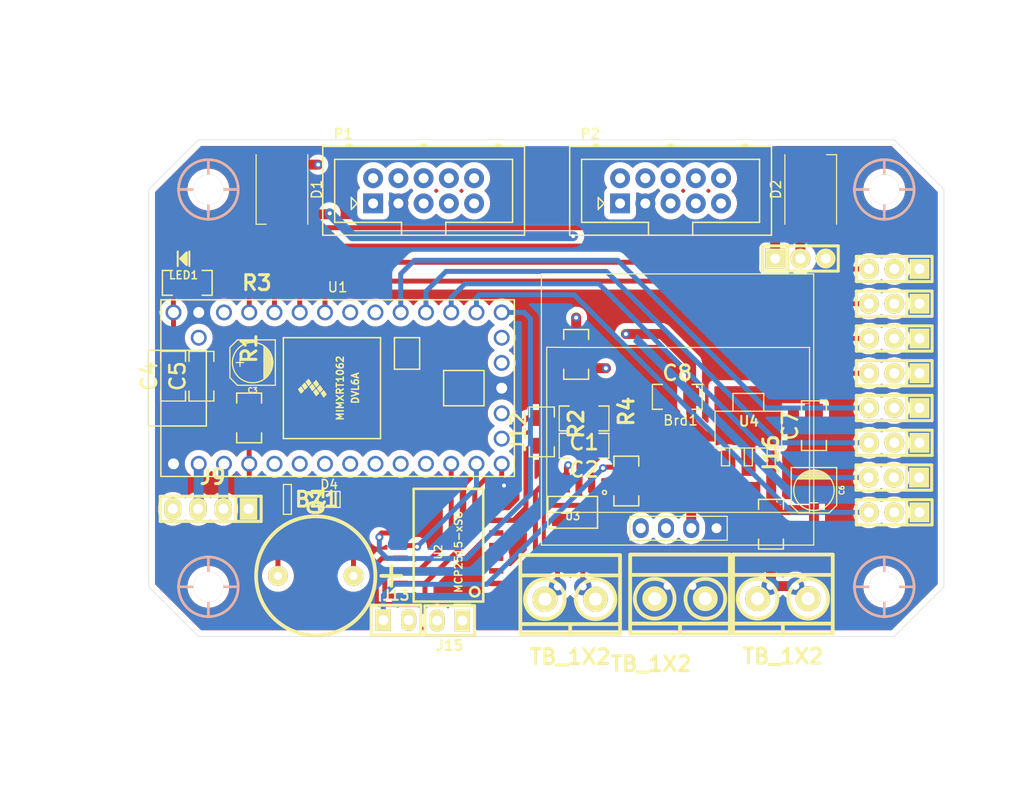
<source format=kicad_pcb>
(kicad_pcb (version 20171130) (host pcbnew "(5.1.4)-1")
  (layers (0 F.Cu signal) (1 A.Cu signal) (2 E.Cu signal) (31 B.Cu signal) (34 B.Paste user) (35 F.Paste user) (36 B.SilkS user) (37 F.SilkS user) (38 B.Mask user) (39 F.Mask user) (44 Edge.Cuts user))
  (net 0 "")
  (net 1 "Net-(BZ1-Pad2)")
  (net 2 "Net-(BZ1-Pad1)")
  (net 3 GND)
  (net 4 /A0)
  (net 5 +5V)
  (net 6 /A1)
  (net 7 /A2)
  (net 8 /A3)
  (net 9 /A6)
  (net 10 /A7)
  (net 11 /SDA)
  (net 12 /SCL)
  (net 13 /M1B)
  (net 14 /M1A)
  (net 15 /M2A)
  (net 16 /M2B)
  (net 17 /A8)
  (net 18 /A9)
  (net 19 /BUZZER)
  (net 20 /TX1)
  (net 21 /RX1)
  (net 22 /VIN)
  (net 23 "Net-(C1-Pad1)")
  (net 24 "Net-(C2-Pad1)")
  (net 25 "Net-(J13-Pad2)")
  (net 26 "Net-(J13-Pad1)")
  (net 27 "Net-(J14-Pad2)")
  (net 28 "Net-(LED1-Pad1)")
  (net 29 "Net-(U2-Pad1)")
  (net 30 "Net-(U2-Pad2)")
  (net 31 /SCK)
  (net 32 /SI)
  (net 33 /SO)
  (net 34 /CS)
  (net 35 "Net-(C6-Pad1)")
  (net 36 "Net-(D1-Pad4)")
  (net 37 "Net-(D1-Pad2)")
  (net 38 "Net-(D2-Pad2)")
  (net 39 /LED)
  (module EESTN5:Header_2x05x2.54mm_Vertical (layer F.Cu) (at 152.5 75.135001)
    (fp_text reference P2 (at -8.08 -5.73) (layer F.SilkS))
    (fp_text value HEADER_02X05)
    (pad 1 thru_hole rect (at -5.08 1.27) (size 2 2) (drill 1) (layers *.Cu *.Mask))
    (pad 2 thru_hole circle (at -5.08 -1.27) (size 2 2) (drill 1) (layers *.Cu *.Mask))
    (pad 3 thru_hole circle (at -2.54 1.27) (size 2 2) (drill 1) (layers *.Cu *.Mask) (net 3 GND))
    (pad 4 thru_hole circle (at -2.54 -1.27) (size 2 2) (drill 1) (layers *.Cu *.Mask) (net 5 +5V))
    (pad 5 thru_hole circle (at 0 1.27) (size 2 2) (drill 1) (layers *.Cu *.Mask))
    (pad 6 thru_hole circle (at 0 -1.27) (size 2 2) (drill 1) (layers *.Cu *.Mask))
    (pad 7 thru_hole circle (at 2.54 1.27) (size 2 2) (drill 1) (layers *.Cu *.Mask) (net 5 +5V))
    (pad 8 thru_hole circle (at 2.54 -1.27) (size 2 2) (drill 1) (layers *.Cu *.Mask) (net 5 +5V))
    (pad 9 thru_hole circle (at 5.08 1.27) (size 2 2) (drill 1) (layers *.Cu *.Mask) (net 15 /M2A))
    (pad 10 thru_hole circle (at 5.08 -1.27) (size 2 2) (drill 1) (layers *.Cu *.Mask) (net 16 /M2B))
  )
  (module EESTN5:Logo_Zarate (layer F.Cu) (at 122.325 94.95)
    (fp_text reference G*** hide)
    (fp_text value LOGO hide)
    (fp_poly (pts (xy 4.633901 4.238158) (xy 4.666189 4.252463) (xy 4.733827 4.289882) (xy 4.832134 4.347453) (xy 4.956425 4.422215) (xy 5.10202 4.511204) (xy 5.264235 4.611457) (xy 5.438387 4.720012) (xy 5.619795 4.833906) (xy 5.803775 4.950177) (xy 5.985644 5.065861) (xy 6.160721 5.177997) (xy 6.324322 5.283622) (xy 6.471765 5.379772) (xy 6.598367 5.463486) (xy 6.699447 5.5318) (xy 6.77032 5.581752) (xy 6.806304 5.61038) (xy 6.809796 5.614831) (xy 6.812643 5.67941) (xy 6.777537 5.721103) (xy 6.728412 5.731029) (xy 6.692837 5.71745) (xy 6.618979 5.678614) (xy 6.509001 5.615814) (xy 6.365063 5.530345) (xy 6.189327 5.423501) (xy 5.983957 5.296574) (xy 5.751112 5.15086) (xy 5.606692 5.059743) (xy 5.402138 4.929694) (xy 5.210051 4.806324) (xy 5.034328 4.692224) (xy 4.878861 4.589979) (xy 4.747546 4.502179) (xy 4.644277 4.431411) (xy 4.572949 4.380264) (xy 4.537455 4.351325) (xy 4.534265 4.347078) (xy 4.53646 4.290943) (xy 4.573673 4.24971) (xy 4.632545 4.237985) (xy 4.633901 4.238158)) (layer F.Cu) (width 0.01))
    (fp_poly (pts (xy 5.07547 -4.470778) (xy 5.148398 -4.441755) (xy 5.184764 -4.424924) (xy 5.27625 -4.387931) (xy 5.364884 -4.362364) (xy 5.423095 -4.354304) (xy 5.48172 -4.348223) (xy 5.528392 -4.323345) (xy 5.579788 -4.26967) (xy 5.594612 -4.251476) (xy 5.642726 -4.189407) (xy 5.712524 -4.096476) (xy 5.801032 -3.976835) (xy 5.905272 -3.834636) (xy 6.022271 -3.674032) (xy 6.149052 -3.499174) (xy 6.28264 -3.314215) (xy 6.42006 -3.123307) (xy 6.558336 -2.930603) (xy 6.694492 -2.740254) (xy 6.825554 -2.556413) (xy 6.948545 -2.383232) (xy 7.060491 -2.224863) (xy 7.158415 -2.085458) (xy 7.239342 -1.969171) (xy 7.300297 -1.880152) (xy 7.338304 -1.822554) (xy 7.350356 -1.801365) (xy 7.357023 -1.78241) (xy 7.368641 -1.772202) (xy 7.390787 -1.773134) (xy 7.429035 -1.787601) (xy 7.488962 -1.817997) (xy 7.576142 -1.866716) (xy 7.696152 -1.936154) (xy 7.784842 -1.987941) (xy 7.929898 -2.072079) (xy 8.039199 -2.133568) (xy 8.118271 -2.174987) (xy 8.172642 -2.198917) (xy 8.207839 -2.207935) (xy 8.229391 -2.20462) (xy 8.237007 -2.198913) (xy 8.257606 -2.165238) (xy 8.291782 -2.095464) (xy 8.335432 -1.998524) (xy 8.384451 -1.883354) (xy 8.405585 -1.831863) (xy 8.458179 -1.700703) (xy 8.494083 -1.605384) (xy 8.515555 -1.537231) (xy 8.524855 -1.487567) (xy 8.524242 -1.447719) (xy 8.515977 -1.409011) (xy 8.515844 -1.408529) (xy 8.509652 -1.374392) (xy 8.497234 -1.295077) (xy 8.478982 -1.173335) (xy 8.455286 -1.011912) (xy 8.426538 -0.81356) (xy 8.39313 -0.581026) (xy 8.355452 -0.31706) (xy 8.313896 -0.024411) (xy 8.268854 0.294172) (xy 8.220716 0.635941) (xy 8.169874 0.998145) (xy 8.116719 1.378037) (xy 8.061643 1.772868) (xy 8.005616 2.175712) (xy 7.949237 2.581238) (xy 7.894552 2.973693) (xy 7.841938 3.3504) (xy 7.791776 3.708683) (xy 7.744444 4.045865) (xy 7.700321 4.35927) (xy 7.659786 4.64622) (xy 7.623218 4.904039) (xy 7.590995 5.130051) (xy 7.563496 5.321579) (xy 7.541101 5.475946) (xy 7.524187 5.590476) (xy 7.513135 5.662493) (xy 7.508322 5.689318) (xy 7.50829 5.689379) (xy 7.476641 5.706225) (xy 7.453062 5.708953) (xy 7.4252 5.696104) (xy 7.360683 5.659153) (xy 7.263339 5.600491) (xy 7.136996 5.52251) (xy 6.98548 5.427601) (xy 6.81262 5.318155) (xy 6.622242 5.196566) (xy 6.418174 5.065224) (xy 6.2873 4.980491) (xy 6.060808 4.833536) (xy 5.833114 4.685826) (xy 5.609965 4.541086) (xy 5.397109 4.403044) (xy 5.200291 4.275427) (xy 5.025261 4.161961) (xy 4.877765 4.066373) (xy 4.76355 3.99239) (xy 4.739135 3.976584) (xy 4.313604 3.70114) (xy 2.914952 4.274934) (xy 1.779999 4.187559) (xy 1.501162 4.165772) (xy 1.267492 4.146767) (xy 1.075877 4.130217) (xy 0.923202 4.115798) (xy 0.806353 4.103184) (xy 0.722218 4.092049) (xy 0.667682 4.08207) (xy 0.639632 4.07292) (xy 0.63428 4.067887) (xy 0.614965 4.057726) (xy 0.573146 4.084509) (xy 0.547614 4.107511) (xy 0.471714 4.179431) (xy -0.822476 4.076428) (xy -1.108418 4.053556) (xy -1.350478 4.033848) (xy -1.553016 4.016814) (xy -1.720393 4.001959) (xy -1.856968 3.988791) (xy -1.967103 3.976817) (xy -2.055158 3.965545) (xy -2.125492 3.954481) (xy -2.182467 3.943133) (xy -2.230443 3.931008) (xy -2.27378 3.917612) (xy -2.296285 3.909856) (xy -2.397392 3.874612) (xy -2.461441 3.855092) (xy -2.496884 3.850597) (xy -2.512171 3.860427) (xy -2.515753 3.883885) (xy -2.51581 3.891705) (xy -2.516159 3.915909) (xy -2.51886 3.935864) (xy -2.526394 3.950317) (xy -2.541242 3.958013) (xy -2.565885 3.957699) (xy -2.602803 3.948121) (xy -2.654478 3.928026) (xy -2.72339 3.89616) (xy -2.812021 3.851269) (xy -2.842061 3.835231) (xy -1.936228 3.835231) (xy -1.936057 3.839957) (xy -1.935238 3.840117) (xy -1.899441 3.844296) (xy -1.820421 3.851814) (xy -1.70319 3.862249) (xy -1.55276 3.875173) (xy -1.374142 3.890162) (xy -1.172348 3.906791) (xy -0.952389 3.924634) (xy -0.725714 3.942755) (xy -0.495004 3.96111) (xy -0.279312 3.97835) (xy -0.083376 3.994093) (xy 0.088067 4.007952) (xy 0.230282 4.019545) (xy 0.338532 4.028486) (xy 0.40808 4.034392) (xy 0.434189 4.036878) (xy 0.434219 4.036885) (xy 0.430523 4.027461) (xy 0.422124 4.019426) (xy 0.3909 4.010569) (xy 0.317466 3.998738) (xy 0.207864 3.984486) (xy 0.068134 3.968362) (xy -0.095681 3.950916) (xy -0.277539 3.932699) (xy -0.471398 3.91426) (xy -0.671216 3.896151) (xy -0.870953 3.878922) (xy -1.064565 3.863123) (xy -1.24601 3.849303) (xy -1.289639 3.846286) (xy 0.5602 3.846286) (xy 0.564002 3.880628) (xy 0.572402 3.876524) (xy 0.575597 3.826998) (xy 0.572402 3.816048) (xy 0.563572 3.813009) (xy 0.5602 3.846286) (xy -1.289639 3.846286) (xy -1.409248 3.838015) (xy -1.548236 3.829807) (xy -1.656932 3.82523) (xy -1.717524 3.824545) (xy -1.819998 3.827027) (xy -1.895221 3.830755) (xy -1.936228 3.835231) (xy -2.842061 3.835231) (xy -2.922851 3.792099) (xy -2.985776 3.75741) (xy -0.084667 3.75741) (xy 0.048381 3.773715) (xy 0.149038 3.786003) (xy 0.209345 3.792624) (xy 0.236999 3.793577) (xy 0.239699 3.788862) (xy 0.225141 3.77848) (xy 0.217714 3.773715) (xy 0.174147 3.761155) (xy 0.10155 3.754244) (xy 0.048381 3.753838) (xy -0.084667 3.75741) (xy -2.985776 3.75741) (xy -3.021515 3.737708) (xy -0.276502 3.737708) (xy -0.250357 3.741517) (xy -0.205619 3.742605) (xy -0.148251 3.741068) (xy -0.127281 3.736757) (xy -0.138763 3.732496) (xy -0.205127 3.72814) (xy -0.259715 3.732166) (xy -0.276502 3.737708) (xy -3.021515 3.737708) (xy -3.05836 3.717397) (xy -3.060363 3.71627) (xy -0.535547 3.71627) (xy -0.503417 3.720458) (xy -0.495905 3.720618) (xy -0.454592 3.718003) (xy -0.450954 3.71043) (xy -0.453111 3.709466) (xy -0.501134 3.704681) (xy -0.525683 3.70857) (xy -0.535547 3.71627) (xy -3.060363 3.71627) (xy -3.108766 3.689048) (xy -0.798286 3.689048) (xy -0.786191 3.701143) (xy -0.774095 3.689048) (xy -0.786191 3.676953) (xy -0.798286 3.689048) (xy -3.108766 3.689048) (xy -3.221031 3.625909) (xy -3.235207 3.617835) (xy -1.93022 3.617835) (xy -1.901145 3.621844) (xy -1.874762 3.622471) (xy -1.824976 3.620524) (xy -1.812126 3.615042) (xy -1.820051 3.611951) (xy -1.878143 3.607445) (xy -1.916813 3.611463) (xy -1.93022 3.617835) (xy -3.235207 3.617835) (xy -3.413344 3.516382) (xy -3.524492 3.452585) (xy -1.949882 3.452585) (xy -1.949831 3.452709) (xy -1.924706 3.456316) (xy -1.85746 3.4628) (xy -1.754238 3.471706) (xy -1.621183 3.482577) (xy -1.464442 3.494957) (xy -1.290159 3.508391) (xy -1.104478 3.522421) (xy -0.913544 3.536592) (xy -0.723502 3.550448) (xy -0.540497 3.563532) (xy -0.370674 3.575388) (xy -0.220177 3.585561) (xy -0.09515 3.593594) (xy -0.00174 3.599031) (xy 0.053332 3.601404) (xy 0.131358 3.601936) (xy 0.173828 3.594941) (xy 0.193558 3.574009) (xy 0.203361 3.532729) (xy 0.204536 3.525762) (xy 0.209375 3.488836) (xy 0.219023 3.407961) (xy 0.23301 3.287283) (xy 0.25087 3.130945) (xy 0.272134 2.943091) (xy 0.296333 2.727866) (xy 0.321626 2.501699) (xy 1.01791 2.501699) (xy 1.022357 2.533074) (xy 1.030615 2.533449) (xy 1.03639 2.501073) (xy 1.032525 2.487084) (xy 1.021783 2.477921) (xy 1.01791 2.501699) (xy 0.321626 2.501699) (xy 0.323 2.489414) (xy 0.331369 2.414221) (xy 1.042372 2.414221) (xy 1.042927 2.425531) (xy 1.043998 2.432812) (xy 1.046627 2.432461) (xy 1.051856 2.42087) (xy 1.060724 2.394435) (xy 1.074273 2.34955) (xy 1.093545 2.28261) (xy 1.119579 2.190009) (xy 1.153418 2.068142) (xy 1.196102 1.913404) (xy 1.248673 1.722189) (xy 1.312171 1.490891) (xy 1.373261 1.268291) (xy 1.659206 0.226391) (xy 1.537175 0.154607) (xy 1.453244 0.095509) (xy 1.411162 0.042598) (xy 1.407399 0.029208) (xy 1.41517 -0.021231) (xy 1.45386 -0.038962) (xy 1.517749 -0.022875) (xy 1.559672 -0.000379) (xy 1.611964 0.028904) (xy 1.642072 0.039884) (xy 1.644952 0.037969) (xy 1.632767 0.007854) (xy 1.601141 -0.044888) (xy 1.595631 -0.053106) (xy 2.446649 -0.053106) (xy 2.450136 -0.032594) (xy 2.452696 -0.029042) (xy 2.484486 -0.000972) (xy 2.54562 0.04949) (xy 2.629451 0.117131) (xy 2.729331 0.196738) (xy 2.838614 0.283097) (xy 2.950651 0.370995) (xy 3.058795 0.455217) (xy 3.156398 0.530551) (xy 3.236813 0.591783) (xy 3.293393 0.633699) (xy 3.319488 0.651087) (xy 3.320143 0.651274) (xy 3.338264 0.636351) (xy 3.338286 0.635483) (xy 3.335002 0.604482) (xy 3.325684 0.531545) (xy 3.311135 0.422373) (xy 3.292156 0.282669) (xy 3.26955 0.118134) (xy 3.244117 -0.065528) (xy 3.216659 -0.262617) (xy 3.187979 -0.467431) (xy 3.158878 -0.674266) (xy 3.130158 -0.877421) (xy 3.102621 -1.071195) (xy 3.077069 -1.249884) (xy 3.054303 -1.407788) (xy 3.035125 -1.539203) (xy 3.020337 -1.638428) (xy 3.010741 -1.699761) (xy 3.007414 -1.717523) (xy 2.997202 -1.703807) (xy 2.973502 -1.648952) (xy 2.938077 -1.557734) (xy 2.892687 -1.434929) (xy 2.839096 -1.285312) (xy 2.779066 -1.11366) (xy 2.714359 -0.924747) (xy 2.708393 -0.907142) (xy 2.632089 -0.680674) (xy 2.57072 -0.495776) (xy 2.523108 -0.348397) (xy 2.488074 -0.23449) (xy 2.464439 -0.150005) (xy 2.451023 -0.090894) (xy 2.446649 -0.053106) (xy 1.595631 -0.053106) (xy 1.557471 -0.110019) (xy 1.509152 -0.1773) (xy 1.463579 -0.236492) (xy 1.428147 -0.277355) (xy 1.410253 -0.28965) (xy 1.409468 -0.288055) (xy 1.401197 -0.234099) (xy 1.38767 -0.140612) (xy 1.369606 -0.012888) (xy 1.347724 0.143779) (xy 1.322743 0.324095) (xy 1.295383 0.522764) (xy 1.266363 0.734491) (xy 1.236403 0.953983) (xy 1.20622 1.175944) (xy 1.176536 1.39508) (xy 1.148068 1.606096) (xy 1.121537 1.803698) (xy 1.097661 1.98259) (xy 1.07716 2.137479) (xy 1.060754 2.263069) (xy 1.04916 2.354066) (xy 1.043099 2.405176) (xy 1.042372 2.414221) (xy 0.331369 2.414221) (xy 0.351667 2.231879) (xy 0.381865 1.959406) (xy 0.399231 1.802191) (xy 0.434804 1.479347) (xy 0.465398 1.199937) (xy 0.491389 0.959314) (xy 0.51315 0.752826) (xy 0.531057 0.575826) (xy 0.545486 0.423664) (xy 0.556809 0.291691) (xy 0.565404 0.175258) (xy 0.571644 0.069715) (xy 0.575904 -0.029586) (xy 0.578559 -0.127294) (xy 0.579985 -0.22806) (xy 0.580555 -0.336531) (xy 0.580647 -0.447689) (xy 0.580571 -1.052616) (xy -0.520095 -1.419307) (xy -0.739859 -1.492197) (xy -0.945004 -1.559611) (xy -1.1311 -1.620136) (xy -1.293718 -1.672362) (xy -1.428425 -1.714878) (xy -1.530791 -1.746272) (xy -1.596386 -1.765133) (xy -1.620778 -1.77005) (xy -1.620837 -1.769904) (xy -1.622378 -1.744084) (xy -1.626846 -1.673123) (xy -1.634039 -1.560164) (xy -1.643754 -1.408346) (xy -1.65579 -1.220808) (xy -1.669945 -1.000692) (xy -1.686016 -0.751138) (xy -1.703801 -0.475285) (xy -1.723099 -0.176274) (xy -1.743707 0.142755) (xy -1.765423 0.478662) (xy -1.788044 0.828306) (xy -1.789167 0.845654) (xy -1.81175 1.195679) (xy -1.833304 1.531983) (xy -1.853636 1.85144) (xy -1.872555 2.150924) (xy -1.889867 2.427308) (xy -1.90538 2.677466) (xy -1.918901 2.898271) (xy -1.930237 3.086597) (xy -1.939196 3.239318) (xy -1.945585 3.353307) (xy -1.949211 3.425438) (xy -1.949882 3.452585) (xy -3.524492 3.452585) (xy -3.637779 3.387561) (xy -3.896818 3.238194) (xy -4.192941 3.067026) (xy -4.504822 2.886579) (xy -6.422571 1.776892) (xy -7.346795 2.485017) (xy -7.531771 2.626433) (xy -7.705222 2.758437) (xy -7.863343 2.878178) (xy -8.002332 2.982803) (xy -8.118384 3.069461) (xy -8.207697 3.1353) (xy -8.266466 3.177466) (xy -8.290888 3.193109) (xy -8.291133 3.193143) (xy -8.323613 3.175507) (xy -8.374015 3.130395) (xy -8.431868 3.069505) (xy -8.4867 3.004535) (xy -8.52804 2.947181) (xy -8.545416 2.909141) (xy -8.545419 2.909096) (xy -8.534215 2.883422) (xy -8.497536 2.833782) (xy -8.433996 2.758649) (xy -8.342208 2.656493) (xy -8.220784 2.525787) (xy -8.068339 2.365004) (xy -7.883484 2.172615) (xy -7.776169 2.061718) (xy -7.003143 1.264474) (xy -6.640286 1.066507) (xy -6.518639 1.001809) (xy -6.409993 0.947158) (xy -6.322079 0.906198) (xy -6.26263 0.882571) (xy -6.241143 0.878476) (xy -6.215691 0.893086) (xy -6.153034 0.932379) (xy -6.056301 0.994316) (xy -5.928617 1.076856) (xy -5.773112 1.177961) (xy -5.592913 1.295592) (xy -5.391146 1.42771) (xy -5.170941 1.572275) (xy -4.935423 1.72725) (xy -4.687722 1.890593) (xy -4.608918 1.942631) (xy -4.35893 2.107637) (xy -4.12081 2.264563) (xy -3.897608 2.411412) (xy -3.692378 2.546188) (xy -3.508171 2.666895) (xy -3.348038 2.771537) (xy -3.215031 2.858118) (xy -3.112202 2.92464) (xy -3.042603 2.969108) (xy -3.009286 2.989527) (xy -3.006772 2.990646) (xy -3.005166 2.965898) (xy -3.002945 2.897048) (xy -3.000179 2.788366) (xy -2.996937 2.644118) (xy -2.993292 2.468571) (xy -2.989312 2.265995) (xy -2.985068 2.040656) (xy -2.98063 1.796823) (xy -2.976069 1.538762) (xy -2.971454 1.270742) (xy -2.966856 0.997031) (xy -2.962346 0.721896) (xy -2.957993 0.449604) (xy -2.953868 0.184424) (xy -2.950041 -0.069376) (xy -2.946581 -0.307529) (xy -2.943561 -0.525768) (xy -2.941049 -0.719824) (xy -2.939116 -0.88543) (xy -2.937832 -1.018317) (xy -2.937268 -1.11422) (xy -2.937493 -1.168868) (xy -2.938118 -1.180276) (xy -2.958059 -1.16725) (xy -3.012416 -1.126798) (xy -3.097739 -1.061607) (xy -3.210575 -0.974362) (xy -3.347471 -0.867748) (xy -3.504977 -0.74445) (xy -3.679639 -0.607154) (xy -3.868005 -0.458544) (xy -3.989127 -0.362722) (xy -5.031881 0.463087) (xy -5.352274 0.412079) (xy -5.47289 0.391088) (xy -5.577021 0.369616) (xy -5.654877 0.349925) (xy -5.696667 0.334277) (xy -5.699935 0.331726) (xy -5.705533 0.309349) (xy -5.710719 0.253626) (xy -5.715528 0.162899) (xy -5.719996 0.035506) (xy -5.724159 -0.130213) (xy -5.728052 -0.335919) (xy -5.731712 -0.583273) (xy -5.735173 -0.873935) (xy -5.738473 -1.209566) (xy -5.740907 -1.502895) (xy -5.030884 -1.502895) (xy -5.030837 -1.220058) (xy -5.030274 -0.982335) (xy -5.029113 -0.786461) (xy -5.027275 -0.629171) (xy -5.024677 -0.5072) (xy -5.021241 -0.417282) (xy -5.016885 -0.356153) (xy -5.011528 -0.320548) (xy -5.005091 -0.307201) (xy -5.001381 -0.3079) (xy -4.973965 -0.328636) (xy -4.913665 -0.373875) (xy -4.826384 -0.439202) (xy -4.718025 -0.520201) (xy -4.594488 -0.612456) (xy -4.523619 -0.665345) (xy -4.396019 -0.760557) (xy -4.281952 -0.845683) (xy -4.186939 -0.916603) (xy -4.116502 -0.969194) (xy -4.076163 -0.999334) (xy -4.06875 -1.004892) (xy -4.072438 -1.015175) (xy -4.087485 -1.045032) (xy -4.115105 -1.096632) (xy -4.156511 -1.172142) (xy -4.212918 -1.273731) (xy -4.285538 -1.403565) (xy -4.375587 -1.563814) (xy -4.484277 -1.756645) (xy -4.612822 -1.984225) (xy -4.762437 -2.248723) (xy -4.934335 -2.552307) (xy -5.002736 -2.673047) (xy -5.009224 -2.672653) (xy -5.014722 -2.64496) (xy -5.019294 -2.58729) (xy -5.023006 -2.496963) (xy -5.025921 -2.371302) (xy -5.028104 -2.207626) (xy -5.029619 -2.003258) (xy -5.030531 -1.755518) (xy -5.030884 -1.502895) (xy -5.740907 -1.502895) (xy -5.741646 -1.591827) (xy -5.741816 -1.614044) (xy -5.756428 -3.530469) (xy -5.672215 -3.597663) (xy -5.620869 -3.645437) (xy -5.591045 -3.686357) (xy -5.588001 -3.697459) (xy -5.574681 -3.729371) (xy -5.539676 -3.789041) (xy -5.490414 -3.865589) (xy -5.434326 -3.948134) (xy -5.378841 -4.025795) (xy -5.331389 -4.087691) (xy -5.2994 -4.122942) (xy -5.295485 -4.125853) (xy -5.259028 -4.125117) (xy -5.237174 -4.112327) (xy -5.218645 -4.086945) (xy -5.17741 -4.023919) (xy -5.115801 -3.927001) (xy -5.036154 -3.799946) (xy -4.9408 -3.646506) (xy -4.832075 -3.470434) (xy -4.712312 -3.275483) (xy -4.583844 -3.065406) (xy -4.472481 -2.882578) (xy -4.338966 -2.663158) (xy -4.212682 -2.45594) (xy -4.095911 -2.264642) (xy -3.990931 -2.092986) (xy -3.900024 -1.944691) (xy -3.825467 -1.823476) (xy -3.769543 -1.733064) (xy -3.73453 -1.677172) (xy -3.722955 -1.659631) (xy -3.700271 -1.668693) (xy -3.647686 -1.706295) (xy -3.570689 -1.767989) (xy -3.474768 -1.849326) (xy -3.365413 -1.945858) (xy -3.327462 -1.980154) (xy -3.21384 -2.08218) (xy -3.111087 -2.172095) (xy -3.024931 -2.245077) (xy -2.9611 -2.296303) (xy -2.925322 -2.320951) (xy -2.920897 -2.322442) (xy -2.889007 -2.32619) (xy -2.81677 -2.336587) (xy -2.711595 -2.352504) (xy -2.580886 -2.372814) (xy -2.43205 -2.39639) (xy -2.372907 -2.40587) (xy -2.202467 -2.43307) (xy -2.073205 -2.452847) (xy -1.978565 -2.465674) (xy -1.911995 -2.472023) (xy -1.866938 -2.472365) (xy -1.83684 -2.467172) (xy -1.815147 -2.456917) (xy -1.801502 -2.447018) (xy -1.769833 -2.433312) (xy -1.695574 -2.407289) (xy -1.58259 -2.370147) (xy -1.434746 -2.323085) (xy -1.255908 -2.2673) (xy -1.049939 -2.203992) (xy -0.820704 -2.13436) (xy -0.572069 -2.059601) (xy -0.307898 -1.980914) (xy -0.108931 -1.922114) (xy 0.23154 -1.821393) (xy 0.535936 -1.730448) (xy 0.802899 -1.649703) (xy 1.031071 -1.579584) (xy 1.219093 -1.520517) (xy 1.365608 -1.472926) (xy 1.469257 -1.437237) (xy 1.528682 -1.413874) (xy 1.543378 -1.404796) (xy 1.54548 -1.368823) (xy 1.541835 -1.296623) (xy 1.533641 -1.199851) (xy 1.522101 -1.09016) (xy 1.508415 -0.979203) (xy 1.493783 -0.878633) (xy 1.482705 -0.815994) (xy 1.478103 -0.769816) (xy 1.494177 -0.759715) (xy 1.507969 -0.763837) (xy 1.547684 -0.756894) (xy 1.619935 -0.720591) (xy 1.720583 -0.657119) (xy 1.758062 -0.631463) (xy 1.845878 -0.572938) (xy 1.919138 -0.528938) (xy 1.969024 -0.50446) (xy 1.986091 -0.502191) (xy 1.999645 -0.530501) (xy 2.027093 -0.598834) (xy 2.066444 -0.701635) (xy 2.115708 -0.833349) (xy 2.172895 -0.988421) (xy 2.236016 -1.161296) (xy 2.303082 -1.346421) (xy 2.372101 -1.53824) (xy 2.441085 -1.731199) (xy 2.508043 -1.919742) (xy 2.570986 -2.098316) (xy 2.627924 -2.261365) (xy 2.676867 -2.403335) (xy 2.715825 -2.518671) (xy 2.742809 -2.601818) (xy 2.755828 -2.647222) (xy 2.756701 -2.653417) (xy 2.754154 -2.705515) (xy 2.754929 -2.723617) (xy 2.773893 -2.74875) (xy 2.819718 -2.794) (xy 3.391382 -2.794) (xy 3.393997 -2.752686) (xy 3.40157 -2.749049) (xy 3.402534 -2.751206) (xy 3.407319 -2.799228) (xy 3.40343 -2.823777) (xy 3.39573 -2.833642) (xy 3.391542 -2.801512) (xy 3.391382 -2.794) (xy 2.819718 -2.794) (xy 2.824175 -2.798401) (xy 2.899329 -2.866841) (xy 2.992911 -2.948343) (xy 2.996351 -2.951238) (xy 3.366296 -2.951238) (xy 3.370097 -2.916896) (xy 3.378497 -2.921) (xy 3.381692 -2.970526) (xy 3.378497 -2.981476) (xy 3.369668 -2.984515) (xy 3.366296 -2.951238) (xy 2.996351 -2.951238) (xy 3.098478 -3.037179) (xy 3.208412 -3.126684) (xy 3.263164 -3.153003) (xy 3.311276 -3.149049) (xy 3.337129 -3.117326) (xy 3.338286 -3.105888) (xy 3.347349 -3.075234) (xy 3.376656 -3.08558) (xy 3.403426 -3.109684) (xy 3.457907 -3.138907) (xy 3.509821 -3.122489) (xy 3.546481 -3.071894) (xy 3.555258 -3.037275) (xy 3.570721 -2.959389) (xy 3.592092 -2.84277) (xy 3.618593 -2.691953) (xy 3.649445 -2.511472) (xy 3.683871 -2.305862) (xy 3.721091 -2.079658) (xy 3.760328 -1.837393) (xy 3.786707 -1.672433) (xy 3.836257 -1.35882) (xy 3.877853 -1.090592) (xy 3.911808 -0.865462) (xy 3.938435 -0.681147) (xy 3.958044 -0.535359) (xy 3.970948 -0.425815) (xy 3.97746 -0.350228) (xy 3.977891 -0.306313) (xy 3.975 -0.293576) (xy 3.930348 -0.255345) (xy 3.876345 -0.248188) (xy 3.832749 -0.273546) (xy 3.826955 -0.28277) (xy 3.818781 -0.314719) (xy 3.803933 -0.38971) (xy 3.78323 -0.50299) (xy 3.757491 -0.649803) (xy 3.727537 -0.825395) (xy 3.694186 -1.025012) (xy 3.658257 -1.243898) (xy 3.620571 -1.477301) (xy 3.613934 -1.518799) (xy 3.576554 -1.751555) (xy 3.541323 -1.968452) (xy 3.508987 -2.16507) (xy 3.480292 -2.336989) (xy 3.455985 -2.479789) (xy 3.43681 -2.589049) (xy 3.423516 -2.660349) (xy 3.416846 -2.689267) (xy 3.416337 -2.689487) (xy 3.418656 -2.662793) (xy 3.427514 -2.591793) (xy 3.44241 -2.480048) (xy 3.462843 -2.331118) (xy 3.488311 -2.148563) (xy 3.518313 -1.935943) (xy 3.552348 -1.69682) (xy 3.589914 -1.434752) (xy 3.63051 -1.1533) (xy 3.673634 -0.856026) (xy 3.700293 -0.673062) (xy 3.744834 -0.367294) (xy 3.787298 -0.074683) (xy 3.827169 0.201148) (xy 3.86393 0.456574) (xy 3.897064 0.687973) (xy 3.926056 0.891721) (xy 3.950388 1.064193) (xy 3.969545 1.201767) (xy 3.983011 1.300818) (xy 3.990268 1.357722) (xy 3.991429 1.369981) (xy 3.973344 1.413467) (xy 3.929583 1.461406) (xy 3.875884 1.500753) (xy 3.827985 1.518461) (xy 3.814388 1.516729) (xy 3.787779 1.502102) (xy 3.72451 1.465339) (xy 3.629361 1.409277) (xy 3.507111 1.336751) (xy 3.362538 1.250596) (xy 3.200422 1.153648) (xy 3.025542 1.048743) (xy 3.016088 1.043063) (xy 2.841592 0.938379) (xy 2.680402 0.841991) (xy 2.537152 0.756646) (xy 2.416476 0.685091) (xy 2.323007 0.630073) (xy 2.261378 0.594339) (xy 2.236224 0.580635) (xy 2.235945 0.580572) (xy 2.22644 0.600101) (xy 2.225524 0.613609) (xy 2.217487 0.641737) (xy 2.194333 0.71127) (xy 2.157495 0.818151) (xy 2.108409 0.958325) (xy 2.048507 1.127734) (xy 1.979225 1.322323) (xy 1.901996 1.538034) (xy 1.818255 1.770812) (xy 1.731605 2.010609) (xy 1.237687 3.374572) (xy 1.296396 3.436601) (xy 1.355106 3.49863) (xy 2.987524 3.477364) (xy 3.344251 3.317111) (xy 3.482059 3.254132) (xy 3.580745 3.206068) (xy 3.645996 3.169584) (xy 3.683499 3.141349) (xy 3.698939 3.118029) (xy 3.700209 3.108477) (xy 3.696588 3.064068) (xy 3.687517 2.985254) (xy 3.674605 2.885492) (xy 3.667004 2.830498) (xy 3.654109 2.727967) (xy 3.646241 2.642076) (xy 3.644377 2.585051) (xy 3.646253 2.57045) (xy 3.659411 2.55217) (xy 3.686117 2.543396) (xy 3.733503 2.544744) (xy 3.8087 2.556831) (xy 3.91884 2.580272) (xy 4.013936 2.602215) (xy 4.171179 2.643718) (xy 4.287423 2.685507) (xy 4.369987 2.730258) (xy 4.376118 2.734597) (xy 4.472982 2.804765) (xy 4.875065 2.624002) (xy 5.005138 2.566223) (xy 5.120966 2.516088) (xy 5.21497 2.476771) (xy 5.279571 2.451448) (xy 5.306585 2.443239) (xy 5.338261 2.459771) (xy 5.388887 2.501371) (xy 5.446312 2.556045) (xy 5.498389 2.6118) (xy 5.532967 2.656641) (xy 5.5403 2.673964) (xy 5.531613 2.715102) (xy 5.507191 2.787434) (xy 5.471434 2.880667) (xy 5.428744 2.984513) (xy 5.38352 3.088681) (xy 5.340163 3.182882) (xy 5.303073 3.256825) (xy 5.27665 3.300219) (xy 5.269613 3.306949) (xy 5.268373 3.318154) (xy 5.288879 3.342371) (xy 5.333664 3.381505) (xy 5.405263 3.437458) (xy 5.506208 3.512137) (xy 5.639036 3.607444) (xy 5.806278 3.725285) (xy 6.010469 3.867562) (xy 6.076922 3.913641) (xy 6.256404 4.037723) (xy 6.423248 4.152566) (xy 6.573342 4.255375) (xy 6.702574 4.34336) (xy 6.806836 4.413727) (xy 6.882015 4.463683) (xy 6.924 4.490436) (xy 6.931533 4.494212) (xy 6.935728 4.469732) (xy 6.945805 4.401032) (xy 6.96126 4.291849) (xy 6.98159 4.14592) (xy 7.006291 3.966984) (xy 7.03486 3.758777) (xy 7.066793 3.525037) (xy 7.101589 3.269502) (xy 7.138742 2.995909) (xy 7.177751 2.707996) (xy 7.218111 2.4095) (xy 7.25932 2.104158) (xy 7.300874 1.795709) (xy 7.34227 1.487889) (xy 7.383005 1.184436) (xy 7.422575 0.889088) (xy 7.460477 0.605581) (xy 7.496208 0.337655) (xy 7.529264 0.089045) (xy 7.559143 -0.13651) (xy 7.585341 -0.335273) (xy 7.607354 -0.503506) (xy 7.62468 -0.637473) (xy 7.636816 -0.733434) (xy 7.643257 -0.787654) (xy 7.64419 -0.798268) (xy 7.640734 -0.819906) (xy 7.624772 -0.826268) (xy 7.587914 -0.815412) (xy 7.52177 -0.785393) (xy 7.461768 -0.756005) (xy 7.351353 -0.695449) (xy 7.286995 -0.645917) (xy 7.269429 -0.617108) (xy 7.265002 -0.579842) (xy 7.257974 -0.50174) (xy 7.248936 -0.390242) (xy 7.238479 -0.252788) (xy 7.227193 -0.096818) (xy 7.220444 0) (xy 7.20875 0.160991) (xy 7.19704 0.305608) (xy 7.185975 0.426945) (xy 7.17621 0.518096) (xy 7.168403 0.572154) (xy 7.164831 0.584017) (xy 7.135246 0.591862) (xy 7.068061 0.601002) (xy 6.97399 0.610176) (xy 6.888369 0.616574) (xy 6.759533 0.623039) (xy 6.672981 0.620689) (xy 6.622992 0.606742) (xy 6.603846 0.578411) (xy 6.609823 0.532914) (xy 6.626078 0.48891) (xy 6.637925 0.43157) (xy 6.645334 0.329525) (xy 6.648142 0.186262) (xy 6.646976 0.044894) (xy 6.640286 -0.332519) (xy 5.540171 0.235341) (xy 5.277163 0.370667) (xy 5.054243 0.484369) (xy 4.868851 0.577672) (xy 4.71843 0.651802) (xy 4.600421 0.707984) (xy 4.512267 0.747445) (xy 4.45141 0.771408) (xy 4.415291 0.781101) (xy 4.40326 0.77999) (xy 4.382534 0.748922) (xy 4.352707 0.68101) (xy 4.317643 0.586021) (xy 4.281208 0.473722) (xy 4.278405 0.464468) (xy 4.190348 0.172156) (xy 4.278037 -0.350354) (xy 4.968152 -0.350354) (xy 4.980937 -0.342346) (xy 5.00645 -0.356087) (xy 5.069034 -0.391706) (xy 5.164074 -0.446523) (xy 5.286958 -0.51786) (xy 5.43307 -0.603034) (xy 5.597798 -0.699367) (xy 5.776528 -0.804177) (xy 5.828271 -0.834571) (xy 6.058995 -0.970938) (xy 6.249104 -1.085076) (xy 6.400355 -1.178107) (xy 6.514507 -1.251154) (xy 6.593315 -1.305339) (xy 6.638537 -1.341784) (xy 6.651993 -1.360767) (xy 6.639378 -1.388019) (xy 6.603513 -1.449339) (xy 6.547598 -1.53989) (xy 6.474835 -1.654833) (xy 6.388428 -1.78933) (xy 6.291578 -1.938544) (xy 6.187488 -2.097637) (xy 6.079359 -2.261769) (xy 5.970394 -2.426105) (xy 5.863795 -2.585805) (xy 5.762764 -2.736031) (xy 5.670503 -2.871947) (xy 5.590215 -2.988712) (xy 5.525101 -3.081491) (xy 5.478364 -3.145444) (xy 5.453206 -3.175734) (xy 5.449784 -3.17711) (xy 5.44463 -3.150157) (xy 5.432144 -3.079822) (xy 5.413072 -2.97043) (xy 5.388157 -2.826301) (xy 5.358141 -2.651757) (xy 5.32377 -2.451121) (xy 5.285786 -2.228714) (xy 5.244933 -1.988858) (xy 5.21321 -1.80219) (xy 5.170471 -1.550815) (xy 5.129853 -1.312598) (xy 5.092127 -1.092018) (xy 5.058064 -0.893551) (xy 5.028436 -0.721674) (xy 5.004014 -0.580865) (xy 4.98557 -0.475601) (xy 4.973873 -0.410358) (xy 4.970075 -0.390727) (xy 4.968152 -0.350354) (xy 4.278037 -0.350354) (xy 4.577274 -2.133398) (xy 4.648613 -2.557129) (xy 4.712628 -2.934445) (xy 4.769566 -3.266713) (xy 4.819675 -3.555302) (xy 4.863204 -3.80158) (xy 4.9004 -4.006917) (xy 4.93151 -4.172682) (xy 4.956784 -4.300241) (xy 4.976467 -4.390965) (xy 4.990809 -4.446222) (xy 4.999864 -4.467238) (xy 5.02951 -4.47846) (xy 5.07547 -4.470778)) (layer F.Cu) (width 0.01))
    (fp_poly (pts (xy 8.628487 -0.448901) (xy 8.658226 -0.425699) (xy 8.661349 -0.409892) (xy 8.660958 -0.372622) (xy 8.65679 -0.311797) (xy 8.648582 -0.225323) (xy 8.636069 -0.111107) (xy 8.618988 0.032942) (xy 8.597075 0.208919) (xy 8.570067 0.418915) (xy 8.5377 0.665024) (xy 8.499711 0.949338) (xy 8.455836 1.273951) (xy 8.405811 1.640955) (xy 8.349372 2.052443) (xy 8.310427 2.335299) (xy 8.261146 2.692938) (xy 8.213751 3.037213) (xy 8.168658 3.365087) (xy 8.126282 3.673524) (xy 8.087039 3.95949) (xy 8.051345 4.219948) (xy 8.019614 4.451863) (xy 7.992262 4.652199) (xy 7.969706 4.817921) (xy 7.952361 4.945993) (xy 7.940641 5.03338) (xy 7.934963 5.077045) (xy 7.934476 5.081557) (xy 7.917894 5.113847) (xy 7.881798 5.152126) (xy 7.84666 5.175628) (xy 7.84061 5.176762) (xy 7.808927 5.16392) (xy 7.777805 5.143882) (xy 7.771104 5.137487) (xy 7.765756 5.127199) (xy 7.762073 5.11041) (xy 7.76037 5.084512) (xy 7.760958 5.046897) (xy 7.764152 4.994957) (xy 7.770265 4.926083) (xy 7.77961 4.837668) (xy 7.7925 4.727104) (xy 7.809248 4.591782) (xy 7.830168 4.429095) (xy 7.855574 4.236435) (xy 7.885777 4.011194) (xy 7.921092 3.750763) (xy 7.961832 3.452534) (xy 8.00831 3.113901) (xy 8.060839 2.732253) (xy 8.11247 2.357658) (xy 8.162258 1.997936) (xy 8.210593 1.651378) (xy 8.257031 1.321023) (xy 8.30113 1.009913) (xy 8.342445 0.721089) (xy 8.380534 0.45759) (xy 8.414953 0.222459) (xy 8.445258 0.018735) (xy 8.471007 -0.15054) (xy 8.491756 -0.282327) (xy 8.507061 -0.373584) (xy 8.516479 -0.42127) (xy 8.518632 -0.427652) (xy 8.569837 -0.45688) (xy 8.628487 -0.448901)) (layer F.Cu) (width 0.01))
    (fp_poly (pts (xy 1.212221 4.408853) (xy 1.315235 4.413106) (xy 1.43759 4.419913) (xy 1.569675 4.428611) (xy 1.701883 4.438538) (xy 1.824605 4.449034) (xy 1.92823 4.459435) (xy 2.003151 4.469081) (xy 2.032 4.474658) (xy 2.083024 4.508013) (xy 2.102589 4.561287) (xy 2.086841 4.616037) (xy 2.065959 4.637169) (xy 2.026162 4.661105) (xy 2.009234 4.665654) (xy 1.981925 4.662586) (xy 1.914332 4.655964) (xy 1.814361 4.646533) (xy 1.689917 4.635041) (xy 1.560286 4.623261) (xy 1.418772 4.609599) (xy 1.293055 4.595775) (xy 1.191451 4.582838) (xy 1.122274 4.571838) (xy 1.094619 4.564465) (xy 1.069446 4.525023) (xy 1.06677 4.470109) (xy 1.085348 4.423538) (xy 1.102651 4.410653) (xy 1.138157 4.407815) (xy 1.212221 4.408853)) (layer F.Cu) (width 0.01))
    (fp_poly (pts (xy -2.012092 4.190243) (xy -1.93083 4.194508) (xy -1.813423 4.201927) (xy -1.665901 4.212029) (xy -1.494297 4.224345) (xy -1.30464 4.238404) (xy -1.102963 4.253736) (xy -0.895295 4.269872) (xy -0.687669 4.286341) (xy -0.486116 4.302673) (xy -0.296666 4.318398) (xy -0.12535 4.333046) (xy 0.0218 4.346146) (xy 0.138753 4.35723) (xy 0.219479 4.365826) (xy 0.235794 4.367858) (xy 0.320558 4.391468) (xy 0.368157 4.431604) (xy 0.374542 4.482619) (xy 0.348941 4.525632) (xy 0.307852 4.559731) (xy 0.280489 4.568966) (xy 0.251784 4.566374) (xy 0.179625 4.560104) (xy 0.068768 4.550562) (xy -0.076033 4.538156) (xy -0.250022 4.523292) (xy -0.448444 4.506377) (xy -0.666546 4.487817) (xy -0.899571 4.46802) (xy -0.924314 4.465919) (xy -1.191333 4.442751) (xy -1.431573 4.42089) (xy -1.641781 4.400682) (xy -1.818708 4.382468) (xy -1.959101 4.366592) (xy -2.059709 4.353397) (xy -2.117282 4.343226) (xy -2.129838 4.338696) (xy -2.148166 4.29509) (xy -2.148953 4.254267) (xy -2.134054 4.214451) (xy -2.094745 4.195334) (xy -2.051178 4.189602) (xy -2.012092 4.190243)) (layer F.Cu) (width 0.01))
    (fp_poly (pts (xy 4.304026 3.992276) (xy 4.317 4.030941) (xy 4.318 4.051905) (xy 4.315701 4.080038) (xy 4.304742 4.105176) (xy 4.279028 4.131831) (xy 4.232464 4.164514) (xy 4.158957 4.207738) (xy 4.052413 4.266016) (xy 3.967238 4.311608) (xy 3.849054 4.374235) (xy 3.746078 4.427998) (xy 3.665727 4.469089) (xy 3.615418 4.493701) (xy 3.602082 4.499084) (xy 3.577075 4.483353) (xy 3.542623 4.449632) (xy 3.512936 4.402953) (xy 3.521628 4.361742) (xy 3.523196 4.359189) (xy 3.552707 4.333833) (xy 3.6169 4.291087) (xy 3.707601 4.23601) (xy 3.816633 4.173661) (xy 3.872941 4.142712) (xy 4.022749 4.063778) (xy 4.136332 4.01017) (xy 4.21812 3.980987) (xy 4.272542 3.975323) (xy 4.304026 3.992276)) (layer F.Cu) (width 0.01))
    (fp_poly (pts (xy -3.789738 3.448745) (xy -3.72647 3.486694) (xy -3.638905 3.544183) (xy -3.534269 3.616501) (xy -3.445318 3.68027) (xy -3.299543 3.786911) (xy -3.188732 3.869469) (xy -3.108327 3.93177) (xy -3.053771 3.977639) (xy -3.020506 4.010901) (xy -3.003976 4.035383) (xy -2.999619 4.054394) (xy -3.016034 4.094594) (xy -3.052598 4.136929) (xy -3.090288 4.160219) (xy -3.095152 4.160762) (xy -3.119734 4.147118) (xy -3.177148 4.109021) (xy -3.261279 4.050721) (xy -3.366014 3.976471) (xy -3.485238 3.890522) (xy -3.516757 3.867584) (xy -3.655909 3.764162) (xy -3.769402 3.67577) (xy -3.85349 3.605519) (xy -3.904425 3.556521) (xy -3.918857 3.533756) (xy -3.898055 3.475149) (xy -3.847482 3.43912) (xy -3.82148 3.435048) (xy -3.789738 3.448745)) (layer F.Cu) (width 0.01))
    (fp_poly (pts (xy 6.958878 2.962364) (xy 6.99103 2.987503) (xy 6.99951 3.008071) (xy 7.000928 3.045375) (xy 6.994385 3.105155) (xy 6.978984 3.193154) (xy 6.953829 3.31511) (xy 6.918022 3.476766) (xy 6.906918 3.525741) (xy 6.86446 3.707778) (xy 6.829084 3.847386) (xy 6.798896 3.949678) (xy 6.771999 4.019764) (xy 6.746499 4.062758) (xy 6.7205 4.083771) (xy 6.698373 4.088191) (xy 6.67534 4.073984) (xy 6.619326 4.033954) (xy 6.535536 3.971985) (xy 6.429174 3.891963) (xy 6.305446 3.797771) (xy 6.176854 3.698931) (xy 6.040597 3.592666) (xy 5.916654 3.493969) (xy 5.81036 3.407253) (xy 5.727049 3.336929) (xy 5.672055 3.28741) (xy 5.651084 3.264078) (xy 5.646913 3.208339) (xy 5.679029 3.162995) (xy 5.734397 3.144762) (xy 5.762766 3.158805) (xy 5.822501 3.197591) (xy 5.906818 3.256109) (xy 6.008934 3.329348) (xy 6.122067 3.412296) (xy 6.239432 3.499942) (xy 6.354247 3.587274) (xy 6.459727 3.66928) (xy 6.549091 3.74095) (xy 6.604917 3.787908) (xy 6.619529 3.795184) (xy 6.633449 3.785928) (xy 6.648694 3.75435) (xy 6.667279 3.694658) (xy 6.69122 3.601063) (xy 6.722533 3.467774) (xy 6.734389 3.416011) (xy 6.766207 3.280977) (xy 6.796251 3.161461) (xy 6.822254 3.065895) (xy 6.841945 3.00271) (xy 6.851339 2.981477) (xy 6.900835 2.953656) (xy 6.958878 2.962364)) (layer F.Cu) (width 0.01))
    (fp_poly (pts (xy -8.845405 3.079407) (xy -8.773415 3.127585) (xy -8.712358 3.191436) (xy -8.644689 3.282423) (xy -8.615304 3.351952) (xy -8.622481 3.40577) (xy -8.640838 3.43021) (xy -8.675001 3.454026) (xy -8.711631 3.450793) (xy -8.760131 3.416675) (xy -8.821662 3.356429) (xy -8.900623 3.268554) (xy -8.944867 3.202806) (xy -8.958137 3.151957) (xy -8.947223 3.1139) (xy -8.904127 3.074585) (xy -8.845405 3.079407)) (layer F.Cu) (width 0.01))
    (fp_poly (pts (xy 2.170413 1.592292) (xy 2.192638 1.624013) (xy 2.196405 1.645949) (xy 2.188897 1.686183) (xy 2.162995 1.766468) (xy 2.120235 1.882766) (xy 2.062151 2.031041) (xy 1.990276 2.207256) (xy 1.914322 2.388154) (xy 1.841467 2.560017) (xy 1.774302 2.719226) (xy 1.715302 2.859857) (xy 1.666942 2.975981) (xy 1.631695 3.061675) (xy 1.612036 3.111012) (xy 1.609191 3.118919) (xy 1.604842 3.137964) (xy 1.610393 3.151497) (xy 1.63266 3.160525) (xy 1.678462 3.166056) (xy 1.754615 3.169099) (xy 1.867939 3.170661) (xy 1.963846 3.171354) (xy 2.114006 3.173334) (xy 2.266851 3.177087) (xy 2.406707 3.182117) (xy 2.517898 3.187931) (xy 2.54 3.189497) (xy 2.640125 3.198134) (xy 2.701815 3.207472) (xy 2.734945 3.22082) (xy 2.74939 3.241482) (xy 2.753524 3.260999) (xy 2.749759 3.324885) (xy 2.713336 3.363724) (xy 2.639496 3.380585) (xy 2.567276 3.381138) (xy 2.501144 3.379103) (xy 2.396489 3.376667) (xy 2.263165 3.374025) (xy 2.111024 3.371368) (xy 1.949922 3.368891) (xy 1.925015 3.368539) (xy 1.743955 3.365425) (xy 1.605615 3.361051) (xy 1.504335 3.354305) (xy 1.434452 3.344075) (xy 1.390308 3.32925) (xy 1.36624 3.308718) (xy 1.356589 3.28137) (xy 1.355391 3.256705) (xy 1.36478 3.223195) (xy 1.391175 3.150604) (xy 1.432435 3.044283) (xy 1.486414 2.909583) (xy 1.550972 2.751851) (xy 1.623964 2.576439) (xy 1.700627 2.394858) (xy 1.79045 2.183746) (xy 1.863553 2.012906) (xy 1.922129 1.878074) (xy 1.968367 1.774991) (xy 2.004457 1.699393) (xy 2.032591 1.64702) (xy 2.054959 1.613609) (xy 2.073752 1.5949) (xy 2.09116 1.58663) (xy 2.109374 1.584538) (xy 2.117189 1.584477) (xy 2.170413 1.592292)) (layer F.Cu) (width 0.01))
    (fp_poly (pts (xy -6.448789 2.020179) (xy -6.381716 2.05351) (xy -6.287424 2.104184) (xy -6.172861 2.16812) (xy -6.044973 2.241238) (xy -5.910707 2.319457) (xy -5.777009 2.398695) (xy -5.650827 2.474871) (xy -5.539106 2.543905) (xy -5.448795 2.601716) (xy -5.386839 2.644222) (xy -5.360386 2.667) (xy -5.349816 2.721825) (xy -5.375641 2.769569) (xy -5.427099 2.792345) (xy -5.435908 2.792517) (xy -5.469631 2.78027) (xy -5.538373 2.746741) (xy -5.635599 2.695426) (xy -5.754773 2.629822) (xy -5.88936 2.553426) (xy -5.967233 2.508279) (xy -6.105454 2.427939) (xy -6.229679 2.356472) (xy -6.333858 2.297299) (xy -6.411938 2.25384) (xy -6.45787 2.229516) (xy -6.467388 2.225524) (xy -6.490354 2.239625) (xy -6.546005 2.279165) (xy -6.628743 2.340004) (xy -6.732969 2.418002) (xy -6.853084 2.509017) (xy -6.924703 2.563747) (xy -7.052002 2.660416) (xy -7.167406 2.746353) (xy -7.265127 2.817384) (xy -7.339379 2.869339) (xy -7.384374 2.898046) (xy -7.39451 2.902413) (xy -7.433197 2.88711) (xy -7.461034 2.864844) (xy -7.494459 2.821211) (xy -7.4892 2.781767) (xy -7.46881 2.751574) (xy -7.43762 2.721201) (xy -7.375487 2.668825) (xy -7.288904 2.599334) (xy -7.184363 2.517618) (xy -7.068357 2.428564) (xy -6.947377 2.337063) (xy -6.827916 2.248002) (xy -6.716466 2.16627) (xy -6.61952 2.096756) (xy -6.54357 2.044349) (xy -6.495108 2.013937) (xy -6.481696 2.008272) (xy -6.448789 2.020179)) (layer F.Cu) (width 0.01))
    (fp_poly (pts (xy 4.517594 1.563946) (xy 4.642011 1.608789) (xy 4.750979 1.683469) (xy 4.836695 1.785625) (xy 4.891356 1.912898) (xy 4.905781 1.997599) (xy 4.89739 2.149624) (xy 4.850263 2.285737) (xy 4.770813 2.400416) (xy 4.66545 2.488136) (xy 4.540587 2.543375) (xy 4.402636 2.56061) (xy 4.276006 2.540104) (xy 4.138424 2.474523) (xy 4.024448 2.37213) (xy 3.942305 2.241982) (xy 3.906977 2.133742) (xy 3.904873 2.060958) (xy 4.097366 2.060958) (xy 4.12051 2.160995) (xy 4.179967 2.25389) (xy 4.264886 2.323351) (xy 4.354405 2.362761) (xy 4.443231 2.364804) (xy 4.535961 2.335837) (xy 4.625363 2.27372) (xy 4.687754 2.179134) (xy 4.716088 2.063681) (xy 4.717052 2.037693) (xy 4.709095 1.960577) (xy 4.67837 1.897155) (xy 4.637023 1.847103) (xy 4.575515 1.789653) (xy 4.513299 1.760839) (xy 4.437452 1.749349) (xy 4.317127 1.758365) (xy 4.220417 1.802483) (xy 4.149859 1.873253) (xy 4.107996 1.962228) (xy 4.097366 2.060958) (xy 3.904873 2.060958) (xy 3.90378 2.023166) (xy 3.931313 1.900009) (xy 3.984055 1.783731) (xy 4.021494 1.730141) (xy 4.129678 1.632037) (xy 4.253624 1.57321) (xy 4.38553 1.551299) (xy 4.517594 1.563946)) (layer F.Cu) (width 0.01))
    (fp_poly (pts (xy -4.809486 1.464632) (xy -4.744444 1.50034) (xy -4.652784 1.554508) (xy -4.541232 1.622812) (xy -4.416516 1.700929) (xy -4.285362 1.784535) (xy -4.154499 1.869306) (xy -4.030654 1.950919) (xy -3.920553 2.025051) (xy -3.830925 2.087376) (xy -3.768496 2.133572) (xy -3.739994 2.159314) (xy -3.739845 2.159545) (xy -3.72904 2.214372) (xy -3.755247 2.263794) (xy -3.808676 2.290145) (xy -3.812471 2.290601) (xy -3.844459 2.279085) (xy -3.910885 2.244277) (xy -4.005877 2.189639) (xy -4.123562 2.118634) (xy -4.258069 2.034724) (xy -4.390571 1.949787) (xy -4.535795 1.854196) (xy -4.666023 1.765906) (xy -4.775946 1.688719) (xy -4.860253 1.626436) (xy -4.913634 1.582858) (xy -4.930807 1.563024) (xy -4.921211 1.50611) (xy -4.880865 1.463006) (xy -4.841181 1.451708) (xy -4.809486 1.464632)) (layer F.Cu) (width 0.01))
    (fp_poly (pts (xy -6.634132 0.76049) (xy -6.60801 0.813788) (xy -6.611173 0.854658) (xy -6.636068 0.88217) (xy -6.693438 0.929574) (xy -6.775103 0.990537) (xy -6.872881 1.058725) (xy -6.887166 1.068337) (xy -6.975015 1.128799) (xy -7.053541 1.187383) (xy -7.129419 1.250267) (xy -7.209322 1.32363) (xy -7.299924 1.413653) (xy -7.407898 1.526515) (xy -7.53992 1.668396) (xy -7.567317 1.698106) (xy -7.68231 1.821585) (xy -7.787811 1.932326) (xy -7.879084 2.025561) (xy -7.951393 2.096522) (xy -8.000002 2.140443) (xy -8.019161 2.152953) (xy -8.061645 2.137092) (xy -8.089986 2.114939) (xy -8.120527 2.075188) (xy -8.128 2.054257) (xy -8.1177 2.034347) (xy -8.085559 1.992262) (xy -8.029718 1.925886) (xy -7.948316 1.833102) (xy -7.839494 1.711794) (xy -7.701391 1.559845) (xy -7.532148 1.375141) (xy -7.507546 1.34838) (xy -7.374894 1.210016) (xy -7.2526 1.097201) (xy -7.123879 0.995436) (xy -6.99488 0.905456) (xy -6.891734 0.838849) (xy -6.800547 0.784264) (xy -6.729876 0.746514) (xy -6.688277 0.730413) (xy -6.683517 0.730315) (xy -6.634132 0.76049)) (layer F.Cu) (width 0.01))
    (fp_poly (pts (xy -3.199191 -0.178679) (xy -3.187098 -0.1676) (xy -3.177433 -0.147813) (xy -3.169861 -0.114111) (xy -3.164049 -0.06129) (xy -3.159661 0.015857) (xy -3.156363 0.122535) (xy -3.153821 0.263951) (xy -3.151701 0.44531) (xy -3.15045 0.580286) (xy -3.14882 0.798) (xy -3.148515 0.972176) (xy -3.150088 1.107649) (xy -3.15409 1.209256) (xy -3.161073 1.281832) (xy -3.171588 1.330215) (xy -3.186186 1.35924) (xy -3.205419 1.373742) (xy -3.229839 1.378559) (xy -3.241524 1.378858) (xy -3.293359 1.361413) (xy -3.311493 1.345708) (xy -3.320051 1.317595) (xy -3.326508 1.254697) (xy -3.330935 1.154345) (xy -3.333408 1.013872) (xy -3.333999 0.83061) (xy -3.332782 0.601893) (xy -3.332598 0.580286) (xy -3.330571 0.37151) (xy -3.328331 0.20591) (xy -3.325542 0.078278) (xy -3.32187 -0.01659) (xy -3.316981 -0.0839) (xy -3.310541 -0.128859) (xy -3.302214 -0.156672) (xy -3.291668 -0.172544) (xy -3.283857 -0.178679) (xy -3.231862 -0.192444) (xy -3.199191 -0.178679)) (layer F.Cu) (width 0.01))
    (fp_poly (pts (xy 5.992683 0.397026) (xy 6.019481 0.448932) (xy 6.017204 0.48933) (xy 5.993353 0.511585) (xy 5.934388 0.554278) (xy 5.846901 0.613326) (xy 5.737484 0.684648) (xy 5.612729 0.764161) (xy 5.479228 0.84778) (xy 5.343574 0.931425) (xy 5.212358 1.011011) (xy 5.092173 1.082457) (xy 4.98961 1.141679) (xy 4.911263 1.184596) (xy 4.863722 1.207123) (xy 4.854357 1.209524) (xy 4.813535 1.190203) (xy 4.788703 1.159253) (xy 4.772047 1.107337) (xy 4.773683 1.07801) (xy 4.797688 1.055667) (xy 4.856858 1.013332) (xy 4.944606 0.955001) (xy 5.054344 0.884674) (xy 5.179485 0.806348) (xy 5.313441 0.724022) (xy 5.449624 0.641692) (xy 5.581447 0.563359) (xy 5.702322 0.493018) (xy 5.805662 0.434669) (xy 5.88488 0.392309) (xy 5.933387 0.369937) (xy 5.944329 0.367538) (xy 5.992683 0.397026)) (layer F.Cu) (width 0.01))
    (fp_poly (pts (xy -3.464372 -0.446018) (xy -3.42301 -0.404912) (xy -3.410857 -0.36147) (xy -3.428908 -0.333295) (xy -3.478335 -0.281696) (xy -3.552052 -0.212593) (xy -3.64297 -0.131909) (xy -3.744002 -0.045564) (xy -3.848062 0.040518) (xy -3.94806 0.120417) (xy -4.03691 0.188211) (xy -4.107525 0.237978) (xy -4.152817 0.263796) (xy -4.161963 0.266096) (xy -4.211579 0.250019) (xy -4.228495 0.237067) (xy -4.254273 0.188307) (xy -4.257524 0.165602) (xy -4.239581 0.13913) (xy -4.190467 0.088959) (xy -4.11725 0.021021) (xy -4.027003 -0.058746) (xy -3.926794 -0.14441) (xy -3.823695 -0.230033) (xy -3.724775 -0.309682) (xy -3.637105 -0.377422) (xy -3.567756 -0.427317) (xy -3.523797 -0.453433) (xy -3.517525 -0.455569) (xy -3.464372 -0.446018)) (layer F.Cu) (width 0.01))
    (fp_poly (pts (xy -5.950892 -3.207865) (xy -5.918597 -3.186982) (xy -5.909927 -3.177704) (xy -5.902449 -3.161066) (xy -5.896025 -3.13343) (xy -5.890514 -3.091161) (xy -5.885778 -3.03062) (xy -5.881677 -2.948173) (xy -5.878072 -2.840181) (xy -5.874823 -2.703008) (xy -5.871792 -2.533018) (xy -5.868839 -2.326574) (xy -5.865824 -2.080039) (xy -5.862609 -1.789777) (xy -5.861657 -1.70044) (xy -5.858412 -1.390714) (xy -5.855878 -1.125855) (xy -5.854259 -0.902354) (xy -5.85376 -0.716698) (xy -5.854586 -0.565378) (xy -5.856941 -0.444883) (xy -5.861029 -0.351702) (xy -5.867056 -0.282324) (xy -5.875225 -0.233239) (xy -5.885742 -0.200936) (xy -5.89881 -0.181903) (xy -5.914634 -0.172632) (xy -5.933419 -0.16961) (xy -5.950857 -0.169333) (xy -6.000792 -0.185248) (xy -6.017206 -0.199571) (xy -6.022551 -0.230162) (xy -6.027821 -0.30681) (xy -6.032956 -0.42719) (xy -6.037895 -0.588979) (xy -6.04258 -0.789853) (xy -6.046952 -1.027487) (xy -6.050949 -1.299557) (xy -6.054513 -1.603739) (xy -6.05535 -1.686661) (xy -6.058225 -1.991743) (xy -6.060382 -2.252043) (xy -6.061767 -2.471151) (xy -6.062325 -2.652662) (xy -6.062003 -2.800168) (xy -6.060744 -2.917262) (xy -6.058495 -3.007538) (xy -6.055202 -3.074587) (xy -6.05081 -3.122003) (xy -6.045264 -3.153379) (xy -6.03851 -3.172307) (xy -6.032693 -3.180423) (xy -5.99027 -3.212785) (xy -5.950892 -3.207865)) (layer F.Cu) (width 0.01))
    (fp_poly (pts (xy 2.455282 -2.359572) (xy 2.461717 -2.355765) (xy 2.500175 -2.310947) (xy 2.511278 -2.278749) (xy 2.505611 -2.247555) (xy 2.487207 -2.176934) (xy 2.458107 -2.07353) (xy 2.420353 -1.943985) (xy 2.37599 -1.79494) (xy 2.327058 -1.633038) (xy 2.275601 -1.464921) (xy 2.223661 -1.297231) (xy 2.17328 -1.13661) (xy 2.1265 -0.989701) (xy 2.085365 -0.863146) (xy 2.051917 -0.763586) (xy 2.028197 -0.697664) (xy 2.017797 -0.673923) (xy 1.979097 -0.654206) (xy 1.91179 -0.669998) (xy 1.81892 -0.72022) (xy 1.747762 -0.769718) (xy 1.666805 -0.833636) (xy 1.619854 -0.881715) (xy 1.59934 -0.922859) (xy 1.596571 -0.947504) (xy 1.6121 -1.007533) (xy 1.655723 -1.031057) (xy 1.722998 -1.017379) (xy 1.792176 -0.978272) (xy 1.84934 -0.941599) (xy 1.887978 -0.922313) (xy 1.896473 -0.921692) (xy 1.905659 -0.946348) (xy 1.927376 -1.011372) (xy 1.95975 -1.110949) (xy 2.000908 -1.239258) (xy 2.048975 -1.390484) (xy 2.102079 -1.558808) (xy 2.117738 -1.608666) (xy 2.173515 -1.783287) (xy 2.226891 -1.94451) (xy 2.275636 -2.086053) (xy 2.317525 -2.201634) (xy 2.350327 -2.284969) (xy 2.371816 -2.329776) (xy 2.374991 -2.334045) (xy 2.416515 -2.366066) (xy 2.455282 -2.359572)) (layer F.Cu) (width 0.01))
    (fp_poly (pts (xy 4.764842 -4.356128) (xy 4.803479 -4.318735) (xy 4.813611 -4.274815) (xy 4.809412 -4.233153) (xy 4.79761 -4.150264) (xy 4.779078 -4.031113) (xy 4.75469 -3.880664) (xy 4.72532 -3.703881) (xy 4.69184 -3.505729) (xy 4.655125 -3.291172) (xy 4.616047 -3.065175) (xy 4.575481 -2.832702) (xy 4.534299 -2.598718) (xy 4.493374 -2.368187) (xy 4.453582 -2.146074) (xy 4.415794 -1.937342) (xy 4.380885 -1.746957) (xy 4.349727 -1.579883) (xy 4.323194 -1.441084) (xy 4.302161 -1.335525) (xy 4.287499 -1.26817) (xy 4.280412 -1.244241) (xy 4.229913 -1.213043) (xy 4.174977 -1.21856) (xy 4.139749 -1.251967) (xy 4.137755 -1.280886) (xy 4.14314 -1.347531) (xy 4.156104 -1.453226) (xy 4.176843 -1.599292) (xy 4.205559 -1.78705) (xy 4.242449 -2.017824) (xy 4.287712 -2.292933) (xy 4.341547 -2.613702) (xy 4.368048 -2.769919) (xy 4.412719 -3.032156) (xy 4.455247 -3.281144) (xy 4.4949 -3.512632) (xy 4.530943 -3.722368) (xy 4.562642 -3.906101) (xy 4.589264 -4.059579) (xy 4.610075 -4.178551) (xy 4.624342 -4.258764) (xy 4.63133 -4.295967) (xy 4.631608 -4.297188) (xy 4.662587 -4.347361) (xy 4.712439 -4.366338) (xy 4.764842 -4.356128)) (layer F.Cu) (width 0.01))
    (fp_poly (pts (xy 8.464168 -2.383555) (xy 8.491745 -2.354651) (xy 8.52738 -2.288552) (xy 8.567947 -2.194744) (xy 8.610324 -2.082715) (xy 8.651385 -1.961951) (xy 8.688008 -1.841939) (xy 8.717066 -1.732166) (xy 8.735438 -1.64212) (xy 8.739997 -1.581286) (xy 8.734563 -1.562455) (xy 8.681347 -1.528341) (xy 8.622795 -1.532322) (xy 8.591242 -1.55592) (xy 8.5748 -1.589539) (xy 8.547851 -1.659329) (xy 8.513738 -1.755104) (xy 8.4758 -1.866677) (xy 8.437382 -1.983862) (xy 8.401823 -2.096473) (xy 8.372466 -2.194324) (xy 8.352654 -2.267229) (xy 8.345714 -2.304313) (xy 8.36633 -2.35513) (xy 8.415406 -2.384574) (xy 8.464168 -2.383555)) (layer F.Cu) (width 0.01))
    (fp_poly (pts (xy -0.630323 -2.464629) (xy -0.560243 -2.451124) (xy -0.463359 -2.425449) (xy -0.335609 -2.38689) (xy -0.172928 -2.334733) (xy 0.028746 -2.268264) (xy 0.190628 -2.214393) (xy 0.427466 -2.134575) (xy 0.629496 -2.064666) (xy 0.794563 -2.005465) (xy 0.920514 -1.957769) (xy 1.005193 -1.922379) (xy 1.046448 -1.900091) (xy 1.050117 -1.895879) (xy 1.050338 -1.838429) (xy 1.017509 -1.789348) (xy 0.965001 -1.767789) (xy 0.96072 -1.767813) (xy 0.92587 -1.775767) (xy 0.850836 -1.797524) (xy 0.741236 -1.8313) (xy 0.602689 -1.875315) (xy 0.440812 -1.927786) (xy 0.261225 -1.986932) (xy 0.096762 -2.041823) (xy -0.117861 -2.114052) (xy -0.29103 -2.172906) (xy -0.427225 -2.220207) (xy -0.530924 -2.257778) (xy -0.606605 -2.287441) (xy -0.658747 -2.311021) (xy -0.691829 -2.330338) (xy -0.710329 -2.347217) (xy -0.718726 -2.363479) (xy -0.72089 -2.374604) (xy -0.723877 -2.411235) (xy -0.720377 -2.439267) (xy -0.706327 -2.457986) (xy -0.677664 -2.466678) (xy -0.630323 -2.464629)) (layer F.Cu) (width 0.01))
    (fp_poly (pts (xy -1.908034 -2.681278) (xy -1.894863 -2.625761) (xy -1.9134 -2.57573) (xy -1.915071 -2.57399) (xy -1.945383 -2.562059) (xy -2.014932 -2.543221) (xy -2.115351 -2.519196) (xy -2.238269 -2.491702) (xy -2.375321 -2.462458) (xy -2.518136 -2.433185) (xy -2.658346 -2.405602) (xy -2.787584 -2.381427) (xy -2.897481 -2.36238) (xy -2.979668 -2.350181) (xy -3.022419 -2.346476) (xy -3.074578 -2.362686) (xy -3.091543 -2.375504) (xy -3.119121 -2.430392) (xy -3.105475 -2.484635) (xy -3.066143 -2.515968) (xy -3.02132 -2.529409) (xy -2.939913 -2.548394) (xy -2.830323 -2.571403) (xy -2.700954 -2.596918) (xy -2.56021 -2.62342) (xy -2.416494 -2.649391) (xy -2.278208 -2.673312) (xy -2.153757 -2.693664) (xy -2.051543 -2.708929) (xy -1.97997 -2.717588) (xy -1.947484 -2.718139) (xy -1.908034 -2.681278)) (layer F.Cu) (width 0.01))
    (fp_poly (pts (xy -4.724674 -4.067734) (xy -4.706232 -4.042642) (xy -4.669126 -3.980407) (xy -4.616518 -3.887061) (xy -4.551571 -3.768639) (xy -4.477447 -3.631173) (xy -4.397308 -3.480699) (xy -4.314317 -3.323249) (xy -4.231636 -3.164858) (xy -4.152428 -3.011558) (xy -4.079855 -2.869384) (xy -4.017079 -2.744369) (xy -3.967264 -2.642547) (xy -3.93357 -2.569952) (xy -3.919162 -2.532618) (xy -3.918857 -2.530282) (xy -3.938861 -2.480208) (xy -3.986196 -2.450615) (xy -4.041845 -2.448102) (xy -4.082549 -2.473476) (xy -4.099159 -2.501503) (xy -4.135179 -2.567323) (xy -4.187849 -2.665726) (xy -4.254408 -2.791503) (xy -4.332097 -2.939443) (xy -4.418156 -3.104337) (xy -4.486275 -3.235504) (xy -4.604314 -3.465295) (xy -4.698877 -3.653898) (xy -4.770378 -3.802195) (xy -4.81923 -3.91107) (xy -4.845847 -3.981405) (xy -4.850891 -4.013413) (xy -4.814568 -4.06377) (xy -4.759007 -4.078571) (xy -4.724674 -4.067734)) (layer F.Cu) (width 0.01))
    (fp_poly (pts (xy 5.719259 -4.532279) (xy 5.751286 -4.505259) (xy 5.781883 -4.470107) (xy 5.836599 -4.40262) (xy 5.912022 -4.30728) (xy 6.004741 -4.188569) (xy 6.111345 -4.050971) (xy 6.228424 -3.898966) (xy 6.352566 -3.737039) (xy 6.480359 -3.56967) (xy 6.608394 -3.401343) (xy 6.733259 -3.23654) (xy 6.851542 -3.079743) (xy 6.959834 -2.935434) (xy 7.054722 -2.808096) (xy 7.132796 -2.702212) (xy 7.190644 -2.622263) (xy 7.224857 -2.572732) (xy 7.232952 -2.558241) (xy 7.212139 -2.506637) (xy 7.163153 -2.472273) (xy 7.135569 -2.467428) (xy 7.091991 -2.484254) (xy 7.047034 -2.521857) (xy 7.013169 -2.562273) (xy 6.955542 -2.634414) (xy 6.877622 -2.733722) (xy 6.78288 -2.855643) (xy 6.674786 -2.995619) (xy 6.556811 -3.149095) (xy 6.432425 -3.311514) (xy 6.305098 -3.47832) (xy 6.178302 -3.644957) (xy 6.055505 -3.806868) (xy 5.940179 -3.959497) (xy 5.835794 -4.098289) (xy 5.74582 -4.218686) (xy 5.673728 -4.316133) (xy 5.622989 -4.386073) (xy 5.597071 -4.42395) (xy 5.594472 -4.42891) (xy 5.603043 -4.474288) (xy 5.636934 -4.521) (xy 5.679099 -4.547022) (xy 5.68649 -4.547809) (xy 5.719259 -4.532279)) (layer F.Cu) (width 0.01))
    (fp_poly (pts (xy 2.927403 -5.537351) (xy 2.946206 -5.486521) (xy 2.931639 -5.404395) (xy 2.895899 -5.314234) (xy 2.837155 -5.18592) (xy 2.894473 -4.788246) (xy 2.915432 -4.648775) (xy 2.936264 -4.520659) (xy 2.955212 -4.413984) (xy 2.970515 -4.338834) (xy 2.977474 -4.312277) (xy 2.991247 -4.241904) (xy 2.997578 -4.150342) (xy 2.997011 -4.101304) (xy 2.998632 -4.006721) (xy 3.015876 -3.945891) (xy 3.031528 -3.923693) (xy 3.063373 -3.872882) (xy 3.07219 -3.837643) (xy 3.056129 -3.769909) (xy 3.012536 -3.679107) (xy 2.948295 -3.57617) (xy 2.870291 -3.472031) (xy 2.78541 -3.377625) (xy 2.777795 -3.370103) (xy 2.717337 -3.313117) (xy 2.66073 -3.266422) (xy 2.598892 -3.224692) (xy 2.522743 -3.182596) (xy 2.423199 -3.134809) (xy 2.291178 -3.076) (xy 2.234363 -3.051283) (xy 1.906371 -2.916203) (xy 1.606105 -2.808713) (xy 1.323345 -2.726388) (xy 1.047872 -2.666804) (xy 0.769464 -2.62754) (xy 0.477902 -2.60617) (xy 0.338667 -2.601724) (xy 0.195683 -2.599573) (xy 0.061625 -2.599017) (xy -0.052493 -2.599995) (xy -0.135659 -2.602446) (xy -0.165396 -2.60452) (xy -0.219375 -2.611964) (xy -0.255992 -2.626988) (xy -0.28528 -2.659465) (xy -0.317269 -2.719268) (xy -0.346825 -2.783081) (xy -0.368729 -2.825074) (xy -0.080077 -2.825074) (xy -0.077654 -2.794159) (xy -0.044973 -2.786004) (xy 0.027421 -2.782308) (xy 0.131111 -2.782615) (xy 0.25768 -2.786468) (xy 0.398711 -2.793408) (xy 0.545787 -2.80298) (xy 0.690489 -2.814724) (xy 0.824402 -2.828184) (xy 0.939108 -2.842903) (xy 0.997589 -2.852591) (xy 1.246212 -2.906679) (xy 1.495797 -2.976967) (xy 1.757839 -3.067174) (xy 2.043834 -3.181018) (xy 2.140857 -3.222428) (xy 2.332357 -3.309545) (xy 2.483662 -3.389022) (xy 2.601333 -3.465643) (xy 2.691933 -3.544194) (xy 2.762024 -3.629459) (xy 2.810232 -3.710505) (xy 2.858842 -3.804534) (xy 2.80223 -3.860805) (xy 2.769508 -3.887157) (xy 2.726498 -3.906249) (xy 2.662776 -3.920737) (xy 2.567918 -3.933273) (xy 2.48485 -3.941611) (xy 2.373778 -3.951183) (xy 2.286908 -3.954999) (xy 2.209389 -3.951876) (xy 2.126372 -3.940629) (xy 2.023007 -3.920075) (xy 1.916374 -3.896292) (xy 1.779177 -3.863167) (xy 1.639217 -3.82602) (xy 1.513762 -3.789616) (xy 1.427238 -3.761322) (xy 1.182509 -3.666977) (xy 0.944697 -3.562926) (xy 0.719121 -3.452336) (xy 0.511105 -3.338372) (xy 0.325968 -3.224199) (xy 0.169031 -3.112984) (xy 0.045616 -3.00789) (xy -0.038956 -2.912085) (xy -0.061452 -2.875686) (xy -0.080077 -2.825074) (xy -0.368729 -2.825074) (xy -0.392518 -2.870677) (xy -0.452893 -2.961793) (xy -0.534522 -3.065244) (xy -0.643979 -3.189845) (xy -0.677333 -3.226278) (xy -0.78137 -3.337447) (xy -0.862599 -3.418958) (xy -0.929583 -3.477987) (xy -0.990883 -3.52171) (xy -1.055063 -3.557301) (xy -1.094619 -3.575977) (xy -1.180429 -3.617226) (xy -1.23012 -3.6491) (xy -1.252872 -3.679216) (xy -1.257905 -3.71145) (xy -1.249263 -3.7521) (xy -1.216769 -3.787395) (xy -1.150566 -3.827143) (xy -1.132087 -3.836656) (xy -1.050367 -3.880159) (xy -0.977048 -3.922677) (xy -0.944611 -3.943603) (xy -0.906016 -3.963193) (xy -0.848782 -3.977855) (xy -0.764411 -3.988896) (xy -0.644403 -3.997626) (xy -0.568476 -4.001529) (xy -0.43194 -4.008498) (xy -0.296024 -4.016421) (xy -0.176918 -4.024299) (xy -0.094257 -4.030813) (xy 0.065486 -4.045362) (xy 0.104502 -4.169586) (xy 0.116597 -4.217019) (xy 0.135259 -4.300997) (xy 0.15876 -4.412684) (xy 0.185366 -4.543243) (xy 0.213348 -4.683837) (xy 0.240974 -4.825628) (xy 0.266513 -4.959781) (xy 0.288235 -5.077458) (xy 0.304408 -5.169822) (xy 0.3133 -5.228037) (xy 0.314476 -5.241504) (xy 0.334121 -5.25271) (xy 0.383087 -5.247805) (xy 0.446424 -5.23019) (xy 0.509181 -5.203261) (xy 0.526623 -5.193278) (xy 0.576431 -5.165276) (xy 0.661381 -5.120685) (xy 0.772986 -5.063827) (xy 0.902759 -4.999022) (xy 1.042213 -4.930591) (xy 1.051109 -4.926266) (xy 1.211773 -4.848742) (xy 1.335608 -4.792128) (xy 1.429279 -4.756145) (xy 1.499451 -4.740509) (xy 1.552786 -4.744939) (xy 1.59595 -4.769154) (xy 1.635606 -4.812871) (xy 1.678418 -4.875809) (xy 1.693333 -4.899117) (xy 1.744656 -4.970602) (xy 1.79392 -5.024523) (xy 1.826381 -5.047162) (xy 1.872169 -5.068093) (xy 1.941412 -5.106641) (xy 2.002763 -5.144179) (xy 2.102588 -5.204182) (xy 2.221202 -5.269726) (xy 2.350317 -5.33687) (xy 2.481645 -5.40167) (xy 2.6069 -5.460185) (xy 2.717794 -5.508472) (xy 2.80604 -5.542588) (xy 2.86335 -5.558592) (xy 2.875038 -5.559135) (xy 2.927403 -5.537351)) (layer F.Cu) (width 0.01))
    (fp_poly (pts (xy -1.53219 -3.856394) (xy -1.470506 -3.800935) (xy -1.437555 -3.724311) (xy -1.439111 -3.653775) (xy -1.477641 -3.575596) (xy -1.544211 -3.525332) (xy -1.625164 -3.506799) (xy -1.706841 -3.523816) (xy -1.761688 -3.563606) (xy -1.807812 -3.64291) (xy -1.812867 -3.728083) (xy -1.779608 -3.805814) (xy -1.710787 -3.862786) (xy -1.698706 -3.86825) (xy -1.611844 -3.881797) (xy -1.53219 -3.856394)) (layer F.Cu) (width 0.01))
    (fp_poly (pts (xy 0.338082 -5.74973) (xy 0.402278 -5.700346) (xy 0.450793 -5.617494) (xy 0.451132 -5.536619) (xy 0.403213 -5.456118) (xy 0.388908 -5.440996) (xy 0.31865 -5.386284) (xy 0.251146 -5.373751) (xy 0.171167 -5.400665) (xy 0.169333 -5.401588) (xy 0.103886 -5.457512) (xy 0.064689 -5.53614) (xy 0.062978 -5.575904) (xy 0.241905 -5.575904) (xy 0.254 -5.563809) (xy 0.266095 -5.575904) (xy 0.254 -5.588) (xy 0.241905 -5.575904) (xy 0.062978 -5.575904) (xy 0.061156 -5.618222) (xy 0.061896 -5.621329) (xy 0.103413 -5.701382) (xy 0.172028 -5.751497) (xy 0.254624 -5.768629) (xy 0.338082 -5.74973)) (layer F.Cu) (width 0.01))
    (fp_poly (pts (xy 3.156261 -6.003254) (xy 3.217939 -5.952982) (xy 3.267232 -5.887987) (xy 3.289691 -5.823647) (xy 3.289905 -5.817809) (xy 3.270481 -5.752872) (xy 3.221977 -5.686969) (xy 3.159044 -5.63528) (xy 3.096334 -5.612991) (xy 3.092194 -5.612926) (xy 3.024164 -5.625799) (xy 2.987524 -5.641408) (xy 2.913508 -5.704458) (xy 2.881988 -5.787265) (xy 2.880205 -5.817809) (xy 3.07219 -5.817809) (xy 3.084286 -5.805714) (xy 3.096381 -5.817809) (xy 3.084286 -5.829904) (xy 3.07219 -5.817809) (xy 2.880205 -5.817809) (xy 2.902128 -5.907706) (xy 2.960909 -5.977662) (xy 3.046065 -6.017719) (xy 3.096651 -6.023428) (xy 3.156261 -6.003254)) (layer F.Cu) (width 0.01))
    (fp_poly (pts (xy 0.20126 1.769795) (xy 0.249137 1.792205) (xy 0.262051 1.808239) (xy 0.266249 1.845146) (xy 0.264339 1.922013) (xy 0.257151 2.031832) (xy 0.245517 2.167594) (xy 0.230272 2.32229) (xy 0.212245 2.488913) (xy 0.19227 2.660453) (xy 0.171178 2.829903) (xy 0.149803 2.990255) (xy 0.128975 3.134499) (xy 0.109528 3.255627) (xy 0.092293 3.346631) (xy 0.078102 3.400503) (xy 0.071625 3.411955) (xy 0.026784 3.424701) (xy -0.043744 3.430102) (xy -0.072571 3.429656) (xy -0.131333 3.427496) (xy -0.228577 3.424314) (xy -0.354427 3.420417) (xy -0.499003 3.41611) (xy -0.645955 3.411884) (xy -0.827909 3.405312) (xy -0.970636 3.397081) (xy -1.071484 3.387409) (xy -1.127797 3.376515) (xy -1.13786 3.371314) (xy -1.156324 3.3275) (xy -1.157143 3.286648) (xy -1.149048 3.229429) (xy -0.073711 3.229429) (xy -0.059902 3.132667) (xy -0.053372 3.08217) (xy -0.042321 2.991407) (xy -0.027671 2.868184) (xy -0.010345 2.720309) (xy 0.008735 2.555588) (xy 0.023663 2.425489) (xy 0.043251 2.258202) (xy 0.061913 2.106482) (xy 0.078747 1.977065) (xy 0.092853 1.87669) (xy 0.10333 1.812092) (xy 0.108614 1.790489) (xy 0.146519 1.768309) (xy 0.20126 1.769795)) (layer F.Cu) (width 0.01))
    (fp_poly (pts (xy -0.028757 -0.491937) (xy 0.020013 -0.449717) (xy 0.081461 -0.390294) (xy 0.084689 -0.387024) (xy 0.146253 -0.32243) (xy 0.177533 -0.281362) (xy 0.183502 -0.254217) (xy 0.169134 -0.231389) (xy 0.166609 -0.228812) (xy 0.135661 -0.205846) (xy 0.070314 -0.162823) (xy -0.023318 -0.103434) (xy -0.13912 -0.031367) (xy -0.270975 0.049689) (xy -0.41277 0.136045) (xy -0.558389 0.224011) (xy -0.701716 0.309899) (xy -0.836636 0.39002) (xy -0.957034 0.460684) (xy -1.056795 0.518203) (xy -1.129804 0.558887) (xy -1.169945 0.579047) (xy -1.175088 0.580572) (xy -1.203707 0.561937) (xy -1.245197 0.514503) (xy -1.268781 0.481313) (xy -1.314856 0.39253) (xy -1.320443 0.326174) (xy -1.303672 0.30098) (xy -1.261052 0.262461) (xy -1.189652 0.208545) (xy -1.08654 0.13716) (xy -0.948784 0.046236) (xy -0.773452 -0.066299) (xy -0.69052 -0.118853) (xy -0.535494 -0.216398) (xy -0.393455 -0.304993) (xy -0.269597 -0.381462) (xy -0.169111 -0.442628) (xy -0.097188 -0.485314) (xy -0.05902 -0.506343) (xy -0.054544 -0.508) (xy -0.028757 -0.491937)) (layer F.Cu) (width 0.01))
    (fp_poly (pts (xy -0.465647 -0.81203) (xy -0.42 -0.757221) (xy -0.372741 -0.690884) (xy -0.324775 -0.613718) (xy -0.303709 -0.564191) (xy -0.305961 -0.532369) (xy -0.312181 -0.522861) (xy -0.341658 -0.499624) (xy -0.404624 -0.457532) (xy -0.493508 -0.401105) (xy -0.600742 -0.334865) (xy -0.718755 -0.26333) (xy -0.839978 -0.191024) (xy -0.956841 -0.122465) (xy -1.061775 -0.062175) (xy -1.14721 -0.014675) (xy -1.205576 0.015515) (xy -1.228186 0.024191) (xy -1.255679 0.004448) (xy -1.291263 -0.045297) (xy -1.305794 -0.071607) (xy -1.33616 -0.140909) (xy -1.353275 -0.198939) (xy -1.354667 -0.212288) (xy -1.335725 -0.240172) (xy -1.283638 -0.289385) (xy -1.20551 -0.354751) (xy -1.108448 -0.431091) (xy -0.999555 -0.513228) (xy -0.885939 -0.595984) (xy -0.774704 -0.67418) (xy -0.672955 -0.74264) (xy -0.587799 -0.796184) (xy -0.526341 -0.829636) (xy -0.496054 -0.837976) (xy -0.465647 -0.81203)) (layer F.Cu) (width 0.01))
    (fp_poly (pts (xy -0.878674 -1.219581) (xy -0.874734 -1.217489) (xy -0.843682 -1.176857) (xy -0.819481 -1.111208) (xy -0.808847 -1.043907) (xy -0.813963 -1.006049) (xy -0.838604 -0.97908) (xy -0.893853 -0.932256) (xy -0.970541 -0.872249) (xy -1.059496 -0.805733) (xy -1.15155 -0.73938) (xy -1.237533 -0.679863) (xy -1.308275 -0.633856) (xy -1.354605 -0.60803) (xy -1.365411 -0.604761) (xy -1.404655 -0.623955) (xy -1.426387 -0.651552) (xy -1.446958 -0.703797) (xy -1.451381 -0.730171) (xy -1.434151 -0.75673) (xy -1.38675 -0.808527) (xy -1.315561 -0.879105) (xy -1.226966 -0.962008) (xy -1.182596 -1.002084) (xy -1.074209 -1.097463) (xy -0.995115 -1.163059) (xy -0.939823 -1.202716) (xy -0.90284 -1.220276) (xy -0.878674 -1.219581)) (layer F.Cu) (width 0.01))
    (fp_poly (pts (xy 2.893633 -0.808982) (xy 2.937803 -0.770912) (xy 2.951238 -0.72332) (xy 2.942812 -0.679042) (xy 2.920495 -0.604949) (xy 2.888727 -0.512748) (xy 2.851948 -0.414146) (xy 2.814599 -0.320852) (xy 2.781122 -0.244575) (xy 2.755955 -0.197021) (xy 2.748148 -0.187846) (xy 2.687071 -0.170218) (xy 2.632433 -0.1917) (xy 2.613954 -0.215131) (xy 2.610922 -0.259003) (xy 2.625119 -0.334317) (xy 2.652349 -0.429752) (xy 2.688414 -0.533983) (xy 2.729119 -0.635688) (xy 2.770265 -0.723542) (xy 2.807657 -0.786222) (xy 2.835138 -0.81192) (xy 2.893633 -0.808982)) (layer F.Cu) (width 0.01))
    (fp_poly (pts (xy -4.826716 -1.960023) (xy -4.814764 -1.943744) (xy -4.805622 -1.913436) (xy -4.798937 -1.863347) (xy -4.794357 -1.787721) (xy -4.791528 -1.680804) (xy -4.790099 -1.536843) (xy -4.789714 -1.356542) (xy -4.790145 -1.165299) (xy -4.791993 -1.017012) (xy -4.796088 -0.906261) (xy -4.803263 -0.827625) (xy -4.814349 -0.775684) (xy -4.830178 -0.745016) (xy -4.85158 -0.7302) (xy -4.879388 -0.725817) (xy -4.886476 -0.725714) (xy -4.93727 -0.741853) (xy -4.95421 -0.754742) (xy -4.964322 -0.781071) (xy -4.972088 -0.839727) (xy -4.977677 -0.934238) (xy -4.981259 -1.068133) (xy -4.983002 -1.244941) (xy -4.983238 -1.360023) (xy -4.983238 -1.936275) (xy -4.923478 -1.963503) (xy -4.868055 -1.978355) (xy -4.826716 -1.960023)) (layer F.Cu) (width 0.01))
    (fp_poly (pts (xy 5.553162 -2.415314) (xy 5.55916 -2.409874) (xy 5.569597 -2.395472) (xy 5.575916 -2.373325) (xy 5.577499 -2.338152) (xy 5.57373 -2.284668) (xy 5.563992 -2.20759) (xy 5.547668 -2.101636) (xy 5.524142 -1.961521) (xy 5.492796 -1.781963) (xy 5.4724 -1.666737) (xy 5.439767 -1.486909) (xy 5.40843 -1.321756) (xy 5.379685 -1.177525) (xy 5.354824 -1.060468) (xy 5.335142 -0.976833) (xy 5.321933 -0.93287) (xy 5.319547 -0.928492) (xy 5.267357 -0.897996) (xy 5.208232 -0.90587) (xy 5.178456 -0.929291) (xy 5.17163 -0.950027) (xy 5.170833 -0.991962) (xy 5.176651 -1.059555) (xy 5.189669 -1.157265) (xy 5.210473 -1.289549) (xy 5.239649 -1.460866) (xy 5.272983 -1.648958) (xy 5.30503 -1.826635) (xy 5.334841 -1.99005) (xy 5.361217 -2.132775) (xy 5.382958 -2.248379) (xy 5.398865 -2.330436) (xy 5.407739 -2.372516) (xy 5.408535 -2.375476) (xy 5.443496 -2.420076) (xy 5.498768 -2.434968) (xy 5.553162 -2.415314)) (layer F.Cu) (width 0.01))
    (fp_poly (pts (xy 4.449161 2.005167) (xy 4.48477 2.038048) (xy 4.496869 2.090847) (xy 4.473068 2.135467) (xy 4.425827 2.165118) (xy 4.367606 2.173011) (xy 4.310865 2.152356) (xy 4.296851 2.140443) (xy 4.265377 2.096262) (xy 4.257524 2.06952) (xy 4.277541 2.02276) (xy 4.326872 1.994963) (xy 4.389439 1.988357) (xy 4.449161 2.005167)) (layer F.Cu) (width 0.01))
  )
  (module EESTN5:BORNERA2_DUO (layer F.Cu) (at 142.4 116.25)
    (fp_text reference J14 hide)
    (fp_text value TB_1X2 (at 0 5.8) (layer F.SilkS) (effects (font (size 1.5 1.5) (thickness 0.3))))
    (pad 1 thru_hole circle (at -2.54 0) (size 2.5 2.5) (drill 1.3) (layers *.Cu *.Mask F.SilkS) (net 25 "Net-(J13-Pad2)"))
    (pad 2 thru_hole circle (at 2.54 0) (size 2.5 2.5) (drill 1.3) (layers *.Cu *.Mask F.SilkS) (net 27 "Net-(J14-Pad2)"))
    (pad 1 thru_hole circle (at -1.27 -1.27) (size 1.75 1.75) (drill 0.762) (layers *.Cu *.Mask) (net 25 "Net-(J13-Pad2)"))
    (pad 2 thru_hole circle (at 1.27 -1.27) (size 1.75 1.75) (drill 0.762) (layers *.Cu *.Mask) (net 27 "Net-(J14-Pad2)"))
  )
  (module SSD1306:128x64OLED (layer F.Cu) (at 153.5 98.5 180)
    (fp_text reference Brd1 (at 0 0.254) (layer F.SilkS))
    (fp_text value SSD1306)
    (pad 4 thru_hole oval (at 4 -10.6 270) (size 2 1.6) (drill 1) (layers *.Cu *.Mask) (net 11 /SDA))
    (pad 3 thru_hole oval (at 1.46 -10.6 270) (size 2 1.6) (drill 1) (layers *.Cu *.Mask) (net 12 /SCL))
    (pad 1 thru_hole oval (at -3.62 -10.6 270) (size 2 1.6) (drill 1) (layers *.Cu *.Mask) (net 3 GND))
    (pad 2 thru_hole oval (at -1.08 -10.6 270) (size 2 1.6) (drill 1) (layers *.Cu *.Mask) (net 5 +5V))
  )
  (module EESTN5:hole_3mm (layer F.Cu) (at 106 75)
    (fp_text reference hole_3mm hide)
    (fp_text value VAL** hide)
    (pad 1 thru_hole circle (at 0 0) (size 3 3) (drill 3) (layers *.Cu F.SilkS))
  )
  (module EESTN5:hole_3mm (layer F.Cu) (at 106 115)
    (fp_text reference hole_3mm hide)
    (fp_text value VAL** hide)
    (pad 1 thru_hole circle (at 0 0) (size 3 3) (drill 3) (layers *.Cu F.SilkS))
  )
  (module EESTN5:hole_3mm (layer F.Cu) (at 174 115)
    (fp_text reference hole_3mm hide)
    (fp_text value VAL** hide)
    (pad 1 thru_hole circle (at 0 0) (size 3 3) (drill 3) (layers *.Cu F.SilkS))
  )
  (module EESTN5:hole_3mm (layer F.Cu) (at 174 75)
    (fp_text reference hole_3mm hide)
    (fp_text value VAL** hide)
    (pad 1 thru_hole circle (at 0 0) (size 3 3) (drill 3) (layers *.Cu F.SilkS))
  )
  (module EESTN5:Buzzer_12mm (layer F.Cu) (at 116.8 113.9)
    (fp_text reference BZ1 (at 0.1 -7.7) (layer F.SilkS) (effects (font (size 1.5 1.5) (thickness 0.3))))
    (fp_text value Buzzer hide)
    (pad 2 thru_hole circle (at -3.8 0) (size 2 2) (drill 0.8) (layers *.Cu *.Mask F.SilkS) (net 1 "Net-(BZ1-Pad2)"))
    (pad 1 thru_hole circle (at 3.8 0) (size 2 2) (drill 0.8) (layers *.Cu *.Mask F.SilkS) (net 2 "Net-(BZ1-Pad1)"))
  )
  (module EESTN5:sod123 (layer F.Cu) (at 118.15 106.2)
    (fp_text reference D4 (at 0 -1.5) (layer F.SilkS) (effects (font (size 0.9144 0.9144) (thickness 0.1524))))
    (fp_text value DIODE hide)
    (pad 2 smd rect (at 1.67386 0) (size 0.8509 0.8509) (layers F.Cu F.Paste F.Mask) (net 2 "Net-(BZ1-Pad1)"))
    (pad 1 smd rect (at -1.67386 0) (size 0.8509 0.8509) (layers F.Cu F.Paste F.Mask) (net 1 "Net-(BZ1-Pad2)"))
  )
  (module EESTN5:Header_2x05x2.54mm_Vertical (layer F.Cu) (at 127.655001 75.135001)
    (fp_text reference P1 (at -8.08 -5.73) (layer F.SilkS))
    (fp_text value HEADER_02X05)
    (pad 10 thru_hole circle (at 5.08 -1.27) (size 2 2) (drill 1) (layers *.Cu *.Mask) (net 13 /M1B))
    (pad 9 thru_hole circle (at 5.08 1.27) (size 2 2) (drill 1) (layers *.Cu *.Mask) (net 14 /M1A))
    (pad 8 thru_hole circle (at 2.54 -1.27) (size 2 2) (drill 1) (layers *.Cu *.Mask) (net 5 +5V))
    (pad 7 thru_hole circle (at 2.54 1.27) (size 2 2) (drill 1) (layers *.Cu *.Mask) (net 5 +5V))
    (pad 6 thru_hole circle (at 0 -1.27) (size 2 2) (drill 1) (layers *.Cu *.Mask))
    (pad 5 thru_hole circle (at 0 1.27) (size 2 2) (drill 1) (layers *.Cu *.Mask))
    (pad 4 thru_hole circle (at -2.54 -1.27) (size 2 2) (drill 1) (layers *.Cu *.Mask) (net 5 +5V))
    (pad 3 thru_hole circle (at -2.54 1.27) (size 2 2) (drill 1) (layers *.Cu *.Mask) (net 3 GND))
    (pad 2 thru_hole circle (at -5.08 -1.27) (size 2 2) (drill 1) (layers *.Cu *.Mask))
    (pad 1 thru_hole rect (at -5.08 1.27) (size 2 2) (drill 1) (layers *.Cu *.Mask))
  )
  (module EESTN5:R_1206 (layer F.Cu) (at 110.1 97.997 270)
    (fp_text reference R1 (at -7 0 90) (layer F.SilkS) (effects (font (size 1.5 1.5) (thickness 0.3))))
    (fp_text value R hide)
    (pad 1 smd rect (at 1.397 0 270) (size 1.6002 1.8034) (layers F.Cu F.Paste F.Mask) (net 19 /BUZZER))
    (pad 2 smd rect (at -1.397 0 270) (size 1.6002 1.8034) (layers F.Cu F.Paste F.Mask) (net 3 GND))
  )
  (module EESTN5:Teensy40 (layer F.Cu) (at 119 95)
    (fp_text reference U1 (at 0 -10.16) (layer F.SilkS))
    (fp_text value Teensy4.0)
    (fp_text user DVL6A (at 1.778 0 90) (layer F.SilkS) (effects (font (size 0.7 0.7))))
    (fp_text user MIMXRT1062 (at 0.254 0 90) (layer F.SilkS) (effects (font (size 0.7 0.7))))
    (pad 1 thru_hole rect (at -16.51 7.62) (size 1.6 1.6) (drill 1.1) (layers *.Cu *.Mask) (net 3 GND))
    (pad 2 thru_hole circle (at -13.97 7.62) (size 1.6 1.6) (drill 1.1) (layers *.Cu *.Mask) (net 21 /RX1))
    (pad 3 thru_hole circle (at -11.43 7.62) (size 1.6 1.6) (drill 1.1) (layers *.Cu *.Mask) (net 20 /TX1))
    (pad 4 thru_hole circle (at -8.89 7.62) (size 1.6 1.6) (drill 1.1) (layers *.Cu *.Mask) (net 19 /BUZZER))
    (pad 5 thru_hole circle (at -6.35 7.62) (size 1.6 1.6) (drill 1.1) (layers *.Cu *.Mask))
    (pad 6 thru_hole circle (at -3.81 7.62) (size 1.6 1.6) (drill 1.1) (layers *.Cu *.Mask))
    (pad 7 thru_hole circle (at -1.27 7.62) (size 1.6 1.6) (drill 1.1) (layers *.Cu *.Mask) (net 39 /LED))
    (pad 8 thru_hole circle (at 1.27 7.62) (size 1.6 1.6) (drill 1.1) (layers *.Cu *.Mask) (net 16 /M2B))
    (pad 9 thru_hole circle (at 3.81 7.62) (size 1.6 1.6) (drill 1.1) (layers *.Cu *.Mask) (net 15 /M2A))
    (pad 10 thru_hole circle (at 6.35 7.62) (size 1.6 1.6) (drill 1.1) (layers *.Cu *.Mask) (net 13 /M1B))
    (pad 11 thru_hole circle (at 8.89 7.62) (size 1.6 1.6) (drill 1.1) (layers *.Cu *.Mask) (net 14 /M1A))
    (pad 12 thru_hole circle (at 11.43 7.62) (size 1.6 1.6) (drill 1.1) (layers *.Cu *.Mask) (net 34 /CS))
    (pad 13 thru_hole circle (at 13.97 7.62) (size 1.6 1.6) (drill 1.1) (layers *.Cu *.Mask) (net 32 /SI))
    (pad 34 thru_hole circle (at -13.97 -5.08) (size 1.6 1.6) (drill 1.1) (layers *.Cu *.Mask))
    (pad 33 thru_hole circle (at -16.51 -7.62) (size 1.6 1.6) (drill 1.1) (layers *.Cu *.Mask) (net 5 +5V))
    (pad 32 thru_hole circle (at -13.97 -7.62) (size 1.6 1.6) (drill 1.1) (layers *.Cu *.Mask) (net 3 GND))
    (pad 31 thru_hole circle (at -11.43 -7.62) (size 1.6 1.6) (drill 1.1) (layers *.Cu *.Mask))
    (pad 30 thru_hole circle (at -8.89 -7.62) (size 1.6 1.6) (drill 1.1) (layers *.Cu *.Mask) (net 18 /A9))
    (pad 29 thru_hole circle (at -6.35 -7.62) (size 1.6 1.6) (drill 1.1) (layers *.Cu *.Mask) (net 17 /A8))
    (pad 28 thru_hole circle (at -3.81 -7.62) (size 1.6 1.6) (drill 1.1) (layers *.Cu *.Mask) (net 10 /A7))
    (pad 27 thru_hole circle (at -1.27 -7.62) (size 1.6 1.6) (drill 1.1) (layers *.Cu *.Mask) (net 9 /A6))
    (pad 26 thru_hole circle (at 1.27 -7.62) (size 1.6 1.6) (drill 1.1) (layers *.Cu *.Mask) (net 12 /SCL))
    (pad 25 thru_hole circle (at 3.81 -7.62) (size 1.6 1.6) (drill 1.1) (layers *.Cu *.Mask) (net 11 /SDA))
    (pad 24 thru_hole circle (at 6.35 -7.62) (size 1.6 1.6) (drill 1.1) (layers *.Cu *.Mask) (net 8 /A3))
    (pad 23 thru_hole circle (at 8.89 -7.62) (size 1.6 1.6) (drill 1.1) (layers *.Cu *.Mask) (net 7 /A2))
    (pad 22 thru_hole circle (at 11.43 -7.62) (size 1.6 1.6) (drill 1.1) (layers *.Cu *.Mask) (net 6 /A1))
    (pad 21 thru_hole circle (at 13.97 -7.62) (size 1.6 1.6) (drill 1.1) (layers *.Cu *.Mask) (net 4 /A0))
    (pad 14 thru_hole circle (at 16.51 7.62) (size 1.6 1.6) (drill 1.1) (layers *.Cu *.Mask) (net 33 /SO))
    (pad 15 thru_hole circle (at 16.51 5.08) (size 1.6 1.6) (drill 1.1) (layers *.Cu *.Mask))
    (pad 16 thru_hole circle (at 16.51 2.54) (size 1.6 1.6) (drill 1.1) (layers *.Cu *.Mask))
    (pad 20 thru_hole circle (at 16.51 -7.62) (size 1.6 1.6) (drill 1.1) (layers *.Cu *.Mask) (net 31 /SCK))
    (pad 19 thru_hole circle (at 16.51 -5.08) (size 1.6 1.6) (drill 1.1) (layers *.Cu *.Mask))
    (pad 18 thru_hole circle (at 16.51 -2.54) (size 1.6 1.6) (drill 1.1) (layers *.Cu *.Mask))
    (pad 17 thru_hole circle (at 16.51 0) (size 1.6 1.6) (drill 1.1) (layers *.Cu *.Mask) (net 3 GND))
  )
  (module EESTN5:Pin_Strip_3 (layer F.Cu) (at 175 83 180)
    (fp_text reference J1 hide)
    (fp_text value CONN_01X03 hide)
    (pad 3 thru_hole oval (at 2.54 0 180) (size 2 2) (drill 1) (layers *.Cu *.Mask F.SilkS) (net 18 /A9))
    (pad 2 thru_hole oval (at 0 0 180) (size 2 2) (drill 1) (layers *.Cu *.Mask F.SilkS) (net 5 +5V))
    (pad 1 thru_hole rect (at -2.54 0 180) (size 2 2) (drill 1) (layers *.Cu *.Mask F.SilkS) (net 3 GND))
  )
  (module EESTN5:Pin_Strip_3 (layer F.Cu) (at 175 86.5 180)
    (fp_text reference J2 hide)
    (fp_text value CONN_01X03 hide)
    (pad 1 thru_hole rect (at -2.54 0 180) (size 2 2) (drill 1) (layers *.Cu *.Mask F.SilkS) (net 3 GND))
    (pad 2 thru_hole oval (at 0 0 180) (size 2 2) (drill 1) (layers *.Cu *.Mask F.SilkS) (net 5 +5V))
    (pad 3 thru_hole oval (at 2.54 0 180) (size 2 2) (drill 1) (layers *.Cu *.Mask F.SilkS) (net 17 /A8))
  )
  (module EESTN5:Pin_Strip_3 (layer F.Cu) (at 175 90 180)
    (fp_text reference J3 hide)
    (fp_text value CONN_01X03 hide)
    (pad 3 thru_hole oval (at 2.54 0 180) (size 2 2) (drill 1) (layers *.Cu *.Mask F.SilkS) (net 10 /A7))
    (pad 2 thru_hole oval (at 0 0 180) (size 2 2) (drill 1) (layers *.Cu *.Mask F.SilkS) (net 5 +5V))
    (pad 1 thru_hole rect (at -2.54 0 180) (size 2 2) (drill 1) (layers *.Cu *.Mask F.SilkS) (net 3 GND))
  )
  (module EESTN5:Pin_Strip_3 (layer F.Cu) (at 175 93.5 180)
    (fp_text reference J4 hide)
    (fp_text value CONN_01X03 hide)
    (pad 1 thru_hole rect (at -2.54 0 180) (size 2 2) (drill 1) (layers *.Cu *.Mask F.SilkS) (net 3 GND))
    (pad 2 thru_hole oval (at 0 0 180) (size 2 2) (drill 1) (layers *.Cu *.Mask F.SilkS) (net 5 +5V))
    (pad 3 thru_hole oval (at 2.54 0 180) (size 2 2) (drill 1) (layers *.Cu *.Mask F.SilkS) (net 9 /A6))
  )
  (module EESTN5:Pin_Strip_3 (layer F.Cu) (at 175 97 180)
    (fp_text reference J5 hide)
    (fp_text value CONN_01X03 hide)
    (pad 3 thru_hole oval (at 2.54 0 180) (size 2 2) (drill 1) (layers *.Cu *.Mask F.SilkS) (net 8 /A3))
    (pad 2 thru_hole oval (at 0 0 180) (size 2 2) (drill 1) (layers *.Cu *.Mask F.SilkS) (net 5 +5V))
    (pad 1 thru_hole rect (at -2.54 0 180) (size 2 2) (drill 1) (layers *.Cu *.Mask F.SilkS) (net 3 GND))
  )
  (module EESTN5:Pin_Strip_3 (layer F.Cu) (at 175 100.5 180)
    (fp_text reference J6 hide)
    (fp_text value CONN_01X03 hide)
    (pad 1 thru_hole rect (at -2.54 0 180) (size 2 2) (drill 1) (layers *.Cu *.Mask F.SilkS) (net 3 GND))
    (pad 2 thru_hole oval (at 0 0 180) (size 2 2) (drill 1) (layers *.Cu *.Mask F.SilkS) (net 5 +5V))
    (pad 3 thru_hole oval (at 2.54 0 180) (size 2 2) (drill 1) (layers *.Cu *.Mask F.SilkS) (net 7 /A2))
  )
  (module EESTN5:Pin_Strip_3 (layer F.Cu) (at 174.96 104 180)
    (fp_text reference J7 hide)
    (fp_text value CONN_01X03 hide)
    (pad 3 thru_hole oval (at 2.54 0 180) (size 2 2) (drill 1) (layers *.Cu *.Mask F.SilkS) (net 6 /A1))
    (pad 2 thru_hole oval (at 0 0 180) (size 2 2) (drill 1) (layers *.Cu *.Mask F.SilkS) (net 5 +5V))
    (pad 1 thru_hole rect (at -2.54 0 180) (size 2 2) (drill 1) (layers *.Cu *.Mask F.SilkS) (net 3 GND))
  )
  (module EESTN5:Pin_Strip_3 (layer F.Cu) (at 175 107.5 180)
    (fp_text reference J8 hide)
    (fp_text value CONN_01X03 hide)
    (pad 1 thru_hole rect (at -2.54 0 180) (size 2 2) (drill 1) (layers *.Cu *.Mask F.SilkS) (net 3 GND))
    (pad 2 thru_hole oval (at 0 0 180) (size 2 2) (drill 1) (layers *.Cu *.Mask F.SilkS) (net 5 +5V))
    (pad 3 thru_hole oval (at 2.54 0 180) (size 2 2) (drill 1) (layers *.Cu *.Mask F.SilkS) (net 4 /A0))
  )
  (module EESTN5:SOT23 (layer F.Cu) (at 113.95 106.2 270)
    (fp_text reference Q1 (at 0.1 -2.9 90) (layer F.SilkS) (effects (font (size 1.5 1.5) (thickness 0.3))))
    (fp_text value 2N7002 hide)
    (pad 1 smd rect (at -0.9525 1.05664 270) (size 0.59944 1.00076) (layers F.Cu F.Paste F.Mask) (net 19 /BUZZER))
    (pad 2 smd rect (at 0 -1.05664 270) (size 0.59944 1.00076) (layers F.Cu F.Paste F.Mask) (net 1 "Net-(BZ1-Pad2)"))
    (pad 3 smd rect (at 0.9525 1.05664 270) (size 0.59944 1.00076) (layers F.Cu F.Paste F.Mask) (net 3 GND))
  )
  (module EESTN5:pin_strip_4 (layer F.Cu) (at 106.23 107.15 180)
    (fp_text reference J9 (at -0.2032 3.2258) (layer F.SilkS) (effects (font (size 1.5 1.5) (thickness 0.3))))
    (fp_text value HEADER_4 hide)
    (pad 1 thru_hole rect (at -3.81 0 180) (size 1.75 2.2) (drill 1.00076) (layers *.Cu *.Mask F.SilkS) (net 3 GND))
    (pad 2 thru_hole oval (at -1.27 0 180) (size 1.75 2.2) (drill 1.00076) (layers *.Cu *.Mask F.SilkS) (net 20 /TX1))
    (pad 3 thru_hole oval (at 1.27 0 180) (size 1.75 2.2) (drill 1.00076) (layers *.Cu *.Mask F.SilkS) (net 21 /RX1))
    (pad 4 thru_hole oval (at 3.81 0 180) (size 1.75 2.2) (drill 1.00076) (layers *.Cu *.Mask F.SilkS) (net 5 +5V))
  )
  (module EESTN5:BORNERA2_DUO (layer F.Cu) (at 163.8 116.2)
    (fp_text reference J10 hide)
    (fp_text value TB_1X2 (at 0 5.8) (layer F.SilkS) (effects (font (size 1.5 1.5) (thickness 0.3))))
    (pad 2 thru_hole circle (at 1.27 -1.27) (size 1.75 1.75) (drill 0.762) (layers *.Cu *.Mask) (net 22 /VIN))
    (pad 1 thru_hole circle (at -1.27 -1.27) (size 1.75 1.75) (drill 0.762) (layers *.Cu *.Mask) (net 22 /VIN))
    (pad 2 thru_hole circle (at 2.54 0) (size 2.5 2.5) (drill 1.3) (layers *.Cu *.Mask F.SilkS) (net 22 /VIN))
    (pad 1 thru_hole circle (at -2.54 0) (size 2.5 2.5) (drill 1.3) (layers *.Cu *.Mask F.SilkS) (net 22 /VIN))
  )
  (module EESTN5:BORNERA2_DUO (layer F.Cu) (at 153.45 116.2)
    (fp_text reference J11 hide)
    (fp_text value TB_1X2 (at -2.917001 6.564499) (layer F.SilkS) (effects (font (size 1.5 1.5) (thickness 0.3))))
    (pad 1 thru_hole circle (at -2.54 0) (size 2.5 2.5) (drill 1.3) (layers *.Cu *.Mask F.SilkS) (net 3 GND))
    (pad 2 thru_hole circle (at 2.54 0) (size 2.5 2.5) (drill 1.3) (layers *.Cu *.Mask F.SilkS) (net 3 GND))
    (pad 1 thru_hole circle (at -1.27 -1.27) (size 1.75 1.75) (drill 0.762) (layers *.Cu *.Mask) (net 3 GND))
    (pad 2 thru_hole circle (at 1.27 -1.27) (size 1.75 1.75) (drill 0.762) (layers *.Cu *.Mask) (net 3 GND))
  )
  (module EESTN5:C_1206 (layer F.Cu) (at 143.797 98.05 180)
    (fp_text reference C1 (at 0 -2.4) (layer F.SilkS) (effects (font (size 1.524 1.524) (thickness 0.254))))
    (fp_text value C hide)
    (pad 1 smd rect (at 1.397 0 180) (size 1.6002 1.8034) (layers F.Cu F.Paste F.Mask) (net 23 "Net-(C1-Pad1)"))
    (pad 2 smd rect (at -1.397 0 180) (size 1.6002 1.8034) (layers F.Cu F.Paste F.Mask) (net 3 GND))
  )
  (module EESTN5:C_1206 (layer F.Cu) (at 143.797 100.8 180)
    (fp_text reference C2 (at 0 -2.4) (layer F.SilkS) (effects (font (size 1.524 1.524) (thickness 0.254))))
    (fp_text value C hide)
    (pad 2 smd rect (at -1.397 0 180) (size 1.6002 1.8034) (layers F.Cu F.Paste F.Mask) (net 3 GND))
    (pad 1 smd rect (at 1.397 0 180) (size 1.6002 1.8034) (layers F.Cu F.Paste F.Mask) (net 24 "Net-(C2-Pad1)"))
  )
  (module EESTN5:C_1206 (layer F.Cu) (at 102.45 93.797 90)
    (fp_text reference C4 (at 0 -2.4 90) (layer F.SilkS) (effects (font (size 1.524 1.524) (thickness 0.254))))
    (fp_text value C hide)
    (pad 1 smd rect (at 1.397 0 90) (size 1.6002 1.8034) (layers F.Cu F.Paste F.Mask) (net 5 +5V))
    (pad 2 smd rect (at -1.397 0 90) (size 1.6002 1.8034) (layers F.Cu F.Paste F.Mask) (net 3 GND))
  )
  (module EESTN5:C_1206 (layer F.Cu) (at 105.3 93.8 90)
    (fp_text reference C5 (at 0 -2.4 90) (layer F.SilkS) (effects (font (size 1.524 1.524) (thickness 0.254))))
    (fp_text value C hide)
    (pad 2 smd rect (at -1.397 0 90) (size 1.6002 1.8034) (layers F.Cu F.Paste F.Mask) (net 3 GND))
    (pad 1 smd rect (at 1.397 0 90) (size 1.6002 1.8034) (layers F.Cu F.Paste F.Mask) (net 5 +5V))
  )
  (module EESTN5:Pin_strip_2 (layer F.Cu) (at 124.87 118.35)
    (fp_text reference J13 (at 0 -2.5) (layer F.SilkS) (effects (font (size 1.016 1.016) (thickness 0.2032))))
    (fp_text value HEADER_2 hide)
    (pad 2 thru_hole oval (at 1.27 0) (size 1.524 2.19964) (drill 1.00076) (layers *.Cu *.Mask F.SilkS) (net 25 "Net-(J13-Pad2)"))
    (pad 1 thru_hole rect (at -1.27 0) (size 1.524 2.19964) (drill 1.00076) (layers *.Cu *.Mask F.SilkS) (net 26 "Net-(J13-Pad1)"))
  )
  (module EESTN5:Pin_strip_2 (layer F.Cu) (at 130.28 118.4 180)
    (fp_text reference J15 (at 0 -2.5) (layer F.SilkS) (effects (font (size 1.016 1.016) (thickness 0.2032))))
    (fp_text value HEADER_2 hide)
    (pad 1 thru_hole rect (at -1.27 0 180) (size 1.524 2.19964) (drill 1.00076) (layers *.Cu *.Mask F.SilkS) (net 27 "Net-(J14-Pad2)"))
    (pad 2 thru_hole oval (at 1.27 0 180) (size 1.524 2.19964) (drill 1.00076) (layers *.Cu *.Mask F.SilkS) (net 25 "Net-(J13-Pad2)"))
  )
  (module EESTN5:LED_1206 (layer F.Cu) (at 103.5 81.975 180)
    (fp_text reference LED1 (at 0 -1.651) (layer F.SilkS) (effects (font (size 0.8001 0.8001) (thickness 0.14986))))
    (fp_text value LED hide)
    (pad 1 smd rect (at -1.74752 0 180) (size 1.4986 1.4986) (layers F.Cu F.Paste F.Mask) (net 28 "Net-(LED1-Pad1)"))
    (pad 2 smd rect (at 1.74752 0 180) (size 1.4986 1.4986) (layers F.Cu F.Paste F.Mask) (net 3 GND))
  )
  (module EESTN5:R_1206 (layer F.Cu) (at 103.875 84.4 180)
    (fp_text reference R3 (at -7 0) (layer F.SilkS) (effects (font (size 1.5 1.5) (thickness 0.3))))
    (fp_text value R hide)
    (pad 1 smd rect (at 1.397 0 180) (size 1.6002 1.8034) (layers F.Cu F.Paste F.Mask) (net 5 +5V))
    (pad 2 smd rect (at -1.397 0 180) (size 1.6002 1.8034) (layers F.Cu F.Paste F.Mask) (net 28 "Net-(LED1-Pad1)"))
  )
  (module EESTN5:R_1206 (layer F.Cu) (at 148.05 104.35 270)
    (fp_text reference R4 (at -7 0 90) (layer F.SilkS) (effects (font (size 1.5 1.5) (thickness 0.3))))
    (fp_text value R hide)
    (pad 1 smd rect (at 1.397 0 270) (size 1.6002 1.8034) (layers F.Cu F.Paste F.Mask) (net 27 "Net-(J14-Pad2)"))
    (pad 2 smd rect (at -1.397 0 270) (size 1.6002 1.8034) (layers F.Cu F.Paste F.Mask) (net 26 "Net-(J13-Pad1)"))
  )
  (module EESTN5:SOIC-18 (layer F.Cu) (at 130.15 110.85 90)
    (fp_text reference U2 (at -0.635 -1.016 90) (layer F.SilkS) (effects (font (size 0.7493 0.7493) (thickness 0.14986))))
    (fp_text value MCP2515-xSO (at -0.635 1.016 90) (layer F.SilkS) (effects (font (size 0.7493 0.7493) (thickness 0.14986))))
    (pad 1 smd rect (at -5.08 4.81076 90) (size 0.55118 1.43002) (layers F.Cu F.Paste F.Mask) (net 29 "Net-(U2-Pad1)"))
    (pad 2 smd rect (at -3.81 4.81076 90) (size 0.55118 1.43002) (layers F.Cu F.Paste F.Mask) (net 30 "Net-(U2-Pad2)"))
    (pad 3 smd rect (at -2.54 4.81076 90) (size 0.55118 1.43002) (layers F.Cu F.Paste F.Mask))
    (pad 4 smd rect (at -1.27 4.81076 90) (size 0.55118 1.43002) (layers F.Cu F.Paste F.Mask))
    (pad 5 smd rect (at 0 4.81076 90) (size 0.55118 1.43002) (layers F.Cu F.Paste F.Mask))
    (pad 6 smd rect (at 1.27 4.81076 90) (size 0.55118 1.43002) (layers F.Cu F.Paste F.Mask))
    (pad 7 smd rect (at 2.54 4.81076 90) (size 0.55118 1.43002) (layers F.Cu F.Paste F.Mask) (net 24 "Net-(C2-Pad1)"))
    (pad 8 smd rect (at 3.81 4.81076 90) (size 0.55118 1.43002) (layers F.Cu F.Paste F.Mask) (net 23 "Net-(C1-Pad1)"))
    (pad 9 smd rect (at 5.08 4.81076 90) (size 0.55118 1.43002) (layers F.Cu F.Paste F.Mask) (net 3 GND))
    (pad 10 smd rect (at 5.08 -4.81076 90) (size 0.55118 1.43002) (layers F.Cu F.Paste F.Mask))
    (pad 11 smd rect (at 3.81 -4.81076 90) (size 0.55118 1.43002) (layers F.Cu F.Paste F.Mask))
    (pad 12 smd rect (at 2.54 -4.81076 90) (size 0.55118 1.43002) (layers F.Cu F.Paste F.Mask))
    (pad 13 smd rect (at 1.27 -4.81076 90) (size 0.55118 1.43002) (layers F.Cu F.Paste F.Mask) (net 31 /SCK))
    (pad 14 smd rect (at 0 -4.81076 90) (size 0.55118 1.43002) (layers F.Cu F.Paste F.Mask) (net 32 /SI))
    (pad 15 smd rect (at -1.27 -4.81076 90) (size 0.55118 1.43002) (layers F.Cu F.Paste F.Mask) (net 33 /SO))
    (pad 16 smd rect (at -2.54 -4.81076 90) (size 0.55118 1.43002) (layers F.Cu F.Paste F.Mask) (net 34 /CS))
    (pad 15 smd rect (at -3.81 -4.81076 90) (size 0.55118 1.43002) (layers F.Cu F.Paste F.Mask) (net 33 /SO))
    (pad 16 smd rect (at -5.08 -4.81076 90) (size 0.55118 1.43002) (layers F.Cu F.Paste F.Mask) (net 34 /CS))
  )
  (module EESTN5:SOIC-8_Hand_Soldering (layer F.Cu) (at 142.65 107.5 180)
    (fp_text reference U3 (at 0 -0.4) (layer F.SilkS) (effects (font (size 0.7493 0.7493) (thickness 0.14986))))
    (fp_text value TJA1050 hide)
    (pad 1 smd rect (at -1.905 3 180) (size 0.7112 2) (layers F.Cu F.Paste F.Mask) (net 29 "Net-(U2-Pad1)"))
    (pad 2 smd rect (at -0.635 3 180) (size 0.7112 2) (layers F.Cu F.Paste F.Mask) (net 3 GND))
    (pad 3 smd rect (at 0.635 3 180) (size 0.7112 2) (layers F.Cu F.Paste F.Mask) (net 5 +5V))
    (pad 4 smd rect (at 1.905 3 180) (size 0.7112 2) (layers F.Cu F.Paste F.Mask) (net 30 "Net-(U2-Pad2)"))
    (pad 5 smd rect (at 1.905 -3) (size 0.7112 2) (layers F.Cu F.Paste F.Mask))
    (pad 6 smd rect (at 0.635 -3) (size 0.7112 2) (layers F.Cu F.Paste F.Mask) (net 25 "Net-(J13-Pad2)"))
    (pad 7 smd rect (at -0.635 -3) (size 0.7112 2) (layers F.Cu F.Paste F.Mask) (net 27 "Net-(J14-Pad2)"))
    (pad 8 smd rect (at -1.905 -3) (size 0.7112 2) (layers F.Cu F.Paste F.Mask) (net 3 GND))
  )
  (module EESTN5:C_1206 (layer F.Cu) (at 139.55 99.403 90)
    (fp_text reference J12 (at 0 -2.4 90) (layer F.SilkS) (effects (font (size 1.524 1.524) (thickness 0.254))))
    (fp_text value HEADER_2 hide)
    (pad 1 smd rect (at 1.397 0 90) (size 1.6002 1.8034) (layers F.Cu F.Paste F.Mask) (net 23 "Net-(C1-Pad1)"))
    (pad 2 smd rect (at -1.397 0 90) (size 1.6002 1.8034) (layers F.Cu F.Paste F.Mask) (net 24 "Net-(C2-Pad1)"))
  )
  (module EESTN5:CAP_ELEC_SMD_4X5.5 (layer F.Cu) (at 110.45 92.425 180)
    (fp_text reference C3 (at 0 -2.794) (layer F.SilkS) (effects (font (size 0.50038 0.50038) (thickness 0.11938))))
    (fp_text value CAPAPOL hide)
    (pad 1 smd rect (at 2 0 180) (size 2.7 1) (layers F.Cu F.Paste F.Mask) (net 5 +5V))
    (pad 2 smd rect (at -2 0 180) (size 2.7 1) (layers F.Cu F.Paste F.Mask) (net 3 GND))
  )
  (module EESTN5:CAP_ELEC_SMD_4X5.5 (layer F.Cu) (at 166.925 105.275 270)
    (fp_text reference C6 (at 0 -2.794 90) (layer F.SilkS) (effects (font (size 0.50038 0.50038) (thickness 0.11938))))
    (fp_text value 100uf hide)
    (pad 1 smd rect (at 2 0 270) (size 2.7 1) (layers F.Cu F.Paste F.Mask) (net 35 "Net-(C6-Pad1)"))
    (pad 2 smd rect (at -2 0 270) (size 2.7 1) (layers F.Cu F.Paste F.Mask) (net 3 GND))
  )
  (module EESTN5:C_1206 (layer F.Cu) (at 166.925 98.775 90)
    (fp_text reference C7 (at 0 -2.4 90) (layer F.SilkS) (effects (font (size 1.524 1.524) (thickness 0.254))))
    (fp_text value C hide)
    (pad 2 smd rect (at -1.397 0 90) (size 1.6002 1.8034) (layers F.Cu F.Paste F.Mask) (net 3 GND))
    (pad 1 smd rect (at 1.397 0 90) (size 1.6002 1.8034) (layers F.Cu F.Paste F.Mask) (net 5 +5V))
  )
  (module EESTN5:C_1206 (layer F.Cu) (at 153.172 95.875)
    (fp_text reference C8 (at 0 -2.4) (layer F.SilkS) (effects (font (size 1.524 1.524) (thickness 0.254))))
    (fp_text value C hide)
    (pad 2 smd rect (at -1.397 0) (size 1.6002 1.8034) (layers F.Cu F.Paste F.Mask) (net 3 GND))
    (pad 1 smd rect (at 1.397 0) (size 1.6002 1.8034) (layers F.Cu F.Paste F.Mask) (net 5 +5V))
  )
  (module EESTN5:R_1206 (layer F.Cu) (at 162.6 108.697 270)
    (fp_text reference J16 (at -7 0 90) (layer F.SilkS) (effects (font (size 1.5 1.5) (thickness 0.3))))
    (fp_text value HEADER_2 hide)
    (pad 1 smd rect (at 1.397 0 270) (size 1.6002 1.8034) (layers F.Cu F.Paste F.Mask) (net 22 /VIN))
    (pad 2 smd rect (at -1.397 0 270) (size 1.6002 1.8034) (layers F.Cu F.Paste F.Mask) (net 35 "Net-(C6-Pad1)"))
  )
  (module EESTN5:SOT223 (layer F.Cu) (at 160.325 99.175)
    (fp_text reference U4 (at 0.0508 -0.8382) (layer F.SilkS) (effects (font (size 1.00076 1.00076) (thickness 0.20066))))
    (fp_text value LM1117-SOT hide)
    (pad 1 smd rect (at -2.3 3.3) (size 1 2.4) (layers F.Cu F.Paste F.Mask) (net 3 GND))
    (pad 2 smd rect (at 0 3.3) (size 1 2.4) (layers F.Cu F.Paste F.Mask) (net 5 +5V))
    (pad 3 smd rect (at 2.3 3.3) (size 1 2.4) (layers F.Cu F.Paste F.Mask) (net 35 "Net-(C6-Pad1)"))
    (pad 4 smd rect (at 0 -3.15) (size 3.8 2.4) (layers F.Cu F.Paste F.Mask) (net 5 +5V))
  )
  (module LEDs:LED_WS2812B-PLCC4 (layer F.Cu) (at 113.4 75 270)
    (fp_text reference D1 (at 0 -3.5 90) (layer F.SilkS))
    (fp_text value WS2812B)
    (pad 1 smd rect (at -2.5 -1.6 270) (size 1.6 1) (layers F.Cu F.Paste F.Mask) (net 5 +5V))
    (pad 2 smd rect (at -2.5 1.6 270) (size 1.6 1) (layers F.Cu F.Paste F.Mask) (net 37 "Net-(D1-Pad2)"))
    (pad 4 smd rect (at 2.5 -1.6 270) (size 1.6 1) (layers F.Cu F.Paste F.Mask) (net 36 "Net-(D1-Pad4)"))
    (pad 3 smd rect (at 2.5 1.6 270) (size 1.6 1) (layers F.Cu F.Paste F.Mask) (net 3 GND))
  )
  (module LEDs:LED_WS2812B-PLCC4 (layer F.Cu) (at 166.6 75 90)
    (fp_text reference D2 (at 0 -3.5 90) (layer F.SilkS))
    (fp_text value WS2812B)
    (pad 3 smd rect (at 2.5 1.6 90) (size 1.6 1) (layers F.Cu F.Paste F.Mask) (net 3 GND))
    (pad 4 smd rect (at 2.5 -1.6 90) (size 1.6 1) (layers F.Cu F.Paste F.Mask) (net 37 "Net-(D1-Pad2)"))
    (pad 2 smd rect (at -2.5 1.6 90) (size 1.6 1) (layers F.Cu F.Paste F.Mask) (net 38 "Net-(D2-Pad2)"))
    (pad 1 smd rect (at -2.5 -1.6 90) (size 1.6 1) (layers F.Cu F.Paste F.Mask) (net 5 +5V))
  )
  (module EESTN5:Pin_Strip_3 (layer F.Cu) (at 165.56 81.95)
    (fp_text reference J17 hide)
    (fp_text value CONN_01X03 hide)
    (pad 1 thru_hole rect (at -2.54 0) (size 2 2) (drill 1) (layers *.Cu *.Mask F.SilkS) (net 5 +5V))
    (pad 2 thru_hole oval (at 0 0) (size 2 2) (drill 1) (layers *.Cu *.Mask F.SilkS) (net 38 "Net-(D2-Pad2)"))
    (pad 3 thru_hole oval (at 2.54 0) (size 2 2) (drill 1) (layers *.Cu *.Mask F.SilkS) (net 3 GND))
  )
  (module EESTN5:R_1206 (layer F.Cu) (at 143 91.6 90)
    (fp_text reference R2 (at -7 0 90) (layer F.SilkS) (effects (font (size 1.5 1.5) (thickness 0.3))))
    (fp_text value R hide)
    (pad 1 smd rect (at 1.397 0 90) (size 1.6002 1.8034) (layers F.Cu F.Paste F.Mask) (net 36 "Net-(D1-Pad4)"))
    (pad 2 smd rect (at -1.397 0 90) (size 1.6002 1.8034) (layers F.Cu F.Paste F.Mask) (net 39 /LED))
  )
  (gr_line (start 175 70) (end 180 75) (layer Edge.Cuts) (width 0.05))
  (gr_line (start 100 115) (end 100 75) (layer Edge.Cuts) (width 0.05))
  (gr_line (start 105 120) (end 100 115) (layer Edge.Cuts) (width 0.05))
  (gr_line (start 175 120) (end 105 120) (layer Edge.Cuts) (width 0.05))
  (gr_line (start 180 115) (end 175 120) (layer Edge.Cuts) (width 0.05))
  (gr_line (start 180 75) (end 180 115) (layer Edge.Cuts) (width 0.05))
  (gr_line (start 105 70) (end 175 70) (layer Edge.Cuts) (width 0.05))
  (gr_line (start 100 75) (end 105 70) (layer Edge.Cuts) (width 0.05))
  (segment (start 115.00664 106.2) (end 115.00664 108.89336) (width 0.5) (layer F.Cu) (net 1))
  (segment (start 113 110.9) (end 113 113.9) (width 0.5) (layer F.Cu) (net 1))
  (segment (start 115.00664 108.89336) (end 113 110.9) (width 0.5) (layer F.Cu) (net 1))
  (segment (start 115.00664 106.2) (end 116.47614 106.2) (width 0.5) (layer F.Cu) (net 1))
  (segment (start 119.82386 106.2) (end 119.82386 110.87386) (width 0.5) (layer F.Cu) (net 2))
  (segment (start 120.6 111.65) (end 120.6 113.9) (width 0.5) (layer F.Cu) (net 2))
  (segment (start 119.82386 110.87386) (end 120.6 111.65) (width 0.5) (layer F.Cu) (net 2))
  (segment (start 110.0425 107.1525) (end 110.04 107.15) (width 0.5) (layer F.Cu) (net 3))
  (segment (start 112.89336 107.1525) (end 110.0425 107.1525) (width 0.5) (layer F.Cu) (net 3))
  (segment (start 143.285 102.715) (end 143.3 102.7) (width 0.5) (layer F.Cu) (net 3))
  (segment (start 143.285 104.5) (end 143.285 102.715) (width 0.5) (layer F.Cu) (net 3))
  (via (at 135.742719 104.804198) (size 0.8) (drill 0.4) (layers F.Cu B.Cu) (net 3))
  (segment (start 134.96076 105.77) (end 134.96076 105.586157) (width 0.5) (layer F.Cu) (net 3))
  (segment (start 134.96076 105.586157) (end 135.742719 104.804198) (width 0.5) (layer F.Cu) (net 3))
  (segment (start 145.194 100.8) (end 145.194 98.05) (width 0.5) (layer F.Cu) (net 3))
  (segment (start 145.194 100.8) (end 145.194 102.006) (width 0.5) (layer F.Cu) (net 3))
  (segment (start 144.5 102.7) (end 143.3 102.7) (width 0.5) (layer F.Cu) (net 3))
  (segment (start 145.194 102.006) (end 144.5 102.7) (width 0.5) (layer F.Cu) (net 3))
  (segment (start 105.297 95.194) (end 105.3 95.197) (width 0.5) (layer F.Cu) (net 3))
  (segment (start 102.45 95.194) (end 105.297 95.194) (width 0.5) (layer F.Cu) (net 3))
  (segment (start 102.45 102.58) (end 102.49 102.62) (width 0.5) (layer F.Cu) (net 3))
  (segment (start 102.45 95.194) (end 102.45 102.58) (width 0.5) (layer F.Cu) (net 3))
  (segment (start 109.522 95.197) (end 105.3 95.197) (width 0.5) (layer F.Cu) (net 3))
  (segment (start 110.1 95.775) (end 109.522 95.197) (width 0.5) (layer F.Cu) (net 3))
  (segment (start 110.1 96.6) (end 110.1 95.775) (width 0.5) (layer F.Cu) (net 3))
  (segment (start 112.45 92.425) (end 112.45 95.975) (width 0.5) (layer F.Cu) (net 3))
  (segment (start 111.825 96.6) (end 110.1 96.6) (width 0.5) (layer F.Cu) (net 3))
  (segment (start 112.45 95.975) (end 111.825 96.6) (width 0.5) (layer F.Cu) (net 3))
  (segment (start 157.12 109.1) (end 157.12 106.03) (width 1) (layer F.Cu) (net 3))
  (segment (start 158.025 105.125) (end 158.025 102.475) (width 1) (layer F.Cu) (net 3))
  (segment (start 157.12 106.03) (end 158.025 105.125) (width 1) (layer F.Cu) (net 3))
  (segment (start 166.925 100.172) (end 166.925 103.275) (width 1) (layer F.Cu) (net 3))
  (segment (start 165.575 103.275) (end 165 102.7) (width 1) (layer F.Cu) (net 3))
  (segment (start 166.925 103.275) (end 165.575 103.275) (width 1) (layer F.Cu) (net 3))
  (segment (start 151.775 95.875) (end 146 95.875) (width 1) (layer F.Cu) (net 3))
  (segment (start 145.194 96.681) (end 145.194 98.05) (width 1) (layer F.Cu) (net 3))
  (segment (start 146 95.875) (end 145.194 96.681) (width 1) (layer F.Cu) (net 3))
  (segment (start 144.555 110.5) (end 144.555 112.33) (width 0.5) (layer F.Cu) (net 3))
  (segment (start 144.555 112.33) (end 144.625 112.4) (width 0.5) (layer F.Cu) (net 3))
  (segment (start 111.8 77.5) (end 110.6 77.5) (width 1) (layer F.Cu) (net 3))
  (segment (start 107.8 80.3) (end 101.7 80.3) (width 1) (layer F.Cu) (net 3))
  (segment (start 110.6 77.5) (end 107.8 80.3) (width 1) (layer F.Cu) (net 3))
  (segment (start 101.7 81.92252) (end 101.75248 81.975) (width 1) (layer F.Cu) (net 3))
  (segment (start 101.7 80.3) (end 101.7 81.92252) (width 1) (layer F.Cu) (net 3))
  (segment (start 169.4 72.5) (end 168.2 72.5) (width 1) (layer F.Cu) (net 3))
  (segment (start 169.7 78.8) (end 169.7 72.8) (width 1) (layer F.Cu) (net 3))
  (segment (start 168.1 80.4) (end 169.7 78.8) (width 1) (layer F.Cu) (net 3))
  (segment (start 169.7 72.8) (end 169.4 72.5) (width 1) (layer F.Cu) (net 3))
  (segment (start 168.1 81.95) (end 168.1 80.4) (width 1) (layer F.Cu) (net 3))
  (segment (start 132.97 85.88) (end 132.97 87.38) (width 0.5) (layer B.Cu) (net 4))
  (segment (start 133.25 85.6) (end 132.97 85.88) (width 0.5) (layer B.Cu) (net 4))
  (segment (start 142.8 85.6) (end 133.25 85.6) (width 0.5) (layer B.Cu) (net 4))
  (segment (start 164.7 107.5) (end 142.8 85.6) (width 0.5) (layer B.Cu) (net 4))
  (segment (start 172.46 107.5) (end 164.7 107.5) (width 0.5) (layer B.Cu) (net 4))
  (segment (start 102.49 92.36) (end 102.45 92.4) (width 0.5) (layer F.Cu) (net 5))
  (segment (start 102.49 87.38) (end 102.49 92.36) (width 0.5) (layer F.Cu) (net 5))
  (segment (start 105.297 92.4) (end 105.3 92.403) (width 0.5) (layer F.Cu) (net 5))
  (segment (start 102.45 92.4) (end 105.297 92.4) (width 0.5) (layer F.Cu) (net 5))
  (segment (start 105.322 92.425) (end 105.3 92.403) (width 0.5) (layer F.Cu) (net 5))
  (segment (start 108.45 92.425) (end 105.322 92.425) (width 0.5) (layer F.Cu) (net 5))
  (segment (start 102.478 87.368) (end 102.49 87.38) (width 0.5) (layer F.Cu) (net 5))
  (segment (start 102.478 84.4) (end 102.478 87.368) (width 0.5) (layer F.Cu) (net 5))
  (segment (start 160.325 102.475) (end 160.325 101.3) (width 1) (layer F.Cu) (net 5))
  (segment (start 160.325 100.575) (end 160.325 102.475) (width 1) (layer F.Cu) (net 5))
  (segment (start 159.625 99.875) (end 160.325 100.575) (width 1) (layer F.Cu) (net 5))
  (segment (start 155.85 99.875) (end 159.625 99.875) (width 1) (layer F.Cu) (net 5))
  (segment (start 154.58 101.145) (end 155.85 99.875) (width 1) (layer F.Cu) (net 5))
  (segment (start 154.58 109.1) (end 154.58 101.145) (width 1) (layer F.Cu) (net 5))
  (segment (start 155.85 99.875) (end 155.85 99.75) (width 1) (layer F.Cu) (net 5))
  (segment (start 154.569 98.469) (end 154.569 95.875) (width 1) (layer F.Cu) (net 5))
  (segment (start 155.85 99.75) (end 154.569 98.469) (width 1) (layer F.Cu) (net 5))
  (via (at 142.20001 102.75) (size 0.8) (drill 0.4) (layers F.Cu B.Cu) (net 5))
  (segment (start 142.015 104.5) (end 142.015 102.93501) (width 0.5) (layer F.Cu) (net 5))
  (segment (start 142.015 102.93501) (end 142.20001 102.75) (width 0.5) (layer F.Cu) (net 5))
  (segment (start 154.569 95.875) (end 154.569 92.519) (width 1) (layer F.Cu) (net 5))
  (via (at 148 89.55) (size 0.8) (drill 0.4) (layers F.Cu B.Cu) (net 5))
  (segment (start 151.6 89.55) (end 148 89.55) (width 1) (layer F.Cu) (net 5))
  (segment (start 154.569 92.519) (end 151.6 89.55) (width 1) (layer F.Cu) (net 5))
  (via (at 117.05 72.5) (size 0.8) (drill 0.4) (layers F.Cu B.Cu) (net 5))
  (segment (start 115 72.5) (end 117.05 72.5) (width 1) (layer F.Cu) (net 5))
  (segment (start 163.02 81.95) (end 163.02 78.53) (width 1) (layer F.Cu) (net 5))
  (segment (start 164.05 77.5) (end 165 77.5) (width 1) (layer F.Cu) (net 5))
  (segment (start 163.02 78.53) (end 164.05 77.5) (width 1) (layer F.Cu) (net 5))
  (segment (start 166.825 96.025) (end 160.325 96.025) (width 1) (layer F.Cu) (net 5))
  (segment (start 167 96.2) (end 166.825 96.025) (width 1) (layer F.Cu) (net 5))
  (segment (start 167 97.303) (end 167 96.2) (width 1) (layer F.Cu) (net 5))
  (segment (start 166.925 97.378) (end 167 97.303) (width 1) (layer F.Cu) (net 5))
  (segment (start 164.8 104) (end 172.42 104) (width 0.5) (layer B.Cu) (net 6))
  (segment (start 145.3 84.5) (end 164.8 104) (width 0.5) (layer B.Cu) (net 6))
  (segment (start 131.8 84.5) (end 145.3 84.5) (width 0.5) (layer B.Cu) (net 6))
  (segment (start 130.43 87.38) (end 130.43 85.87) (width 0.5) (layer B.Cu) (net 6))
  (segment (start 130.43 85.87) (end 131.8 84.5) (width 0.5) (layer B.Cu) (net 6))
  (segment (start 146.05 83.25) (end 129.9 83.25) (width 0.5) (layer B.Cu) (net 7))
  (segment (start 172.46 100.5) (end 163.3 100.5) (width 0.5) (layer B.Cu) (net 7))
  (segment (start 163.3 100.5) (end 146.05 83.25) (width 0.5) (layer B.Cu) (net 7))
  (segment (start 129.9 83.25) (end 127.89 85.26) (width 0.5) (layer B.Cu) (net 7))
  (segment (start 127.89 85.26) (end 127.89 87.38) (width 0.5) (layer B.Cu) (net 7))
  (segment (start 147.175 82.125) (end 162.05 97) (width 0.5) (layer B.Cu) (net 8))
  (segment (start 125.35 83.5) (end 126.725 82.125) (width 0.5) (layer B.Cu) (net 8))
  (segment (start 125.35 87.38) (end 125.35 83.5) (width 0.5) (layer B.Cu) (net 8))
  (segment (start 126.725 82.125) (end 147.175 82.125) (width 0.5) (layer B.Cu) (net 8))
  (segment (start 162.05 97) (end 172.46 97) (width 0.5) (layer B.Cu) (net 8))
  (segment (start 162.45 93.5) (end 172.46 93.5) (width 0.5) (layer F.Cu) (net 9))
  (segment (start 118.875 84.225) (end 153.175 84.225) (width 0.5) (layer F.Cu) (net 9))
  (segment (start 153.175 84.225) (end 162.45 93.5) (width 0.5) (layer F.Cu) (net 9))
  (segment (start 117.73 85.37) (end 118.875 84.225) (width 0.5) (layer F.Cu) (net 9))
  (segment (start 117.73 87.38) (end 117.73 85.37) (width 0.5) (layer F.Cu) (net 9))
  (segment (start 115.19 83.61) (end 115.19 87.38) (width 0.5) (layer F.Cu) (net 10))
  (segment (start 116.475 82.325) (end 115.19 83.61) (width 0.5) (layer F.Cu) (net 10))
  (segment (start 153.875 82.325) (end 116.475 82.325) (width 0.5) (layer F.Cu) (net 10))
  (segment (start 161.55 90) (end 153.875 82.325) (width 0.5) (layer F.Cu) (net 10))
  (segment (start 172.46 90) (end 161.55 90) (width 0.5) (layer F.Cu) (net 10))
  (segment (start 112.65 82.05) (end 112.65 87.38) (width 0.5) (layer F.Cu) (net 17))
  (segment (start 114 80.7) (end 112.65 82.05) (width 0.5) (layer F.Cu) (net 17))
  (segment (start 155.35 80.7) (end 114 80.7) (width 0.5) (layer F.Cu) (net 17))
  (segment (start 161.15 86.5) (end 155.35 80.7) (width 0.5) (layer F.Cu) (net 17))
  (segment (start 172.46 86.5) (end 161.15 86.5) (width 0.5) (layer F.Cu) (net 17))
  (segment (start 170.85 83) (end 172.46 83) (width 0.5) (layer F.Cu) (net 18))
  (segment (start 169.55 84.3) (end 170.85 83) (width 0.5) (layer F.Cu) (net 18))
  (segment (start 156.15 78.85) (end 161.6 84.3) (width 0.5) (layer F.Cu) (net 18))
  (segment (start 112.9 78.85) (end 156.15 78.85) (width 0.5) (layer F.Cu) (net 18))
  (segment (start 110.11 81.64) (end 112.9 78.85) (width 0.5) (layer F.Cu) (net 18))
  (segment (start 161.6 84.3) (end 169.55 84.3) (width 0.5) (layer F.Cu) (net 18))
  (segment (start 110.11 87.38) (end 110.11 81.64) (width 0.5) (layer F.Cu) (net 18))
  (segment (start 112.89336 105.2475) (end 111.1475 105.2475) (width 0.5) (layer F.Cu) (net 19))
  (segment (start 110.11 104.21) (end 110.11 102.62) (width 0.5) (layer F.Cu) (net 19))
  (segment (start 111.1475 105.2475) (end 110.11 104.21) (width 0.5) (layer F.Cu) (net 19))
  (segment (start 110.1 102.61) (end 110.11 102.62) (width 0.5) (layer F.Cu) (net 19))
  (segment (start 110.1 99.394) (end 110.1 102.61) (width 0.5) (layer F.Cu) (net 19))
  (segment (start 107.5 102.69) (end 107.57 102.62) (width 1) (layer B.Cu) (net 20))
  (segment (start 107.5 107.15) (end 107.5 102.69) (width 1) (layer B.Cu) (net 20))
  (segment (start 105.03 107.08) (end 104.96 107.15) (width 1) (layer B.Cu) (net 21))
  (segment (start 105.03 102.62) (end 105.03 107.08) (width 1) (layer B.Cu) (net 21))
  (segment (start 165.07 114.93) (end 166.34 116.2) (width 0.5) (layer B.Cu) (net 22))
  (segment (start 162.53 114.93) (end 161.26 116.2) (width 0.5) (layer B.Cu) (net 22))
  (segment (start 162.6 114.86) (end 162.53 114.93) (width 1) (layer F.Cu) (net 22))
  (segment (start 162.6 110.094) (end 162.6 114.86) (width 1) (layer F.Cu) (net 22))
  (segment (start 165.07 114.93) (end 162.53 114.93) (width 1) (layer F.Cu) (net 22))
  (segment (start 142.356 98.006) (end 142.4 98.05) (width 0.5) (layer F.Cu) (net 23))
  (segment (start 139.55 98.006) (end 142.356 98.006) (width 0.5) (layer F.Cu) (net 23))
  (segment (start 138.094 98.006) (end 139.55 98.006) (width 0.5) (layer F.Cu) (net 23))
  (segment (start 137.05 99.05) (end 138.094 98.006) (width 0.5) (layer F.Cu) (net 23))
  (segment (start 136.16 107.04) (end 137.05 106.15) (width 0.5) (layer F.Cu) (net 23))
  (segment (start 137.05 106.15) (end 137.05 99.05) (width 0.5) (layer F.Cu) (net 23))
  (segment (start 134.96076 107.04) (end 136.16 107.04) (width 0.5) (layer F.Cu) (net 23))
  (segment (start 142.4 100.8) (end 139.55 100.8) (width 0.5) (layer F.Cu) (net 24))
  (segment (start 138.45 100.8) (end 139.55 100.8) (width 0.5) (layer F.Cu) (net 24))
  (segment (start 137.95 101.3) (end 138.45 100.8) (width 0.5) (layer F.Cu) (net 24))
  (segment (start 137.95 107.05) (end 137.95 101.3) (width 0.5) (layer F.Cu) (net 24))
  (segment (start 136.69 108.31) (end 137.95 107.05) (width 0.5) (layer F.Cu) (net 24))
  (segment (start 134.96076 108.31) (end 136.69 108.31) (width 0.5) (layer F.Cu) (net 24))
  (segment (start 141.13 114.98) (end 141.13 112.92) (width 0.5) (layer F.Cu) (net 25))
  (segment (start 142.015 112.035) (end 142.015 110.5) (width 0.5) (layer F.Cu) (net 25))
  (segment (start 141.13 112.92) (end 142.015 112.035) (width 0.5) (layer F.Cu) (net 25))
  (segment (start 139.86 116.25) (end 141.13 114.98) (width 0.5) (layer F.Cu) (net 25))
  (via (at 145.7 103.05) (size 0.8) (drill 0.4) (layers F.Cu B.Cu) (net 26))
  (segment (start 148.05 102.953) (end 145.797 102.953) (width 0.5) (layer F.Cu) (net 26))
  (segment (start 145.797 102.953) (end 145.7 103.05) (width 0.5) (layer F.Cu) (net 26))
  (segment (start 134 114.75) (end 145.7 103.05) (width 0.5) (layer B.Cu) (net 26))
  (segment (start 124.7 114.75) (end 134 114.75) (width 0.5) (layer B.Cu) (net 26))
  (segment (start 123.6 115.85) (end 124.7 114.75) (width 0.5) (layer B.Cu) (net 26))
  (segment (start 123.6 118.35) (end 123.6 115.85) (width 0.5) (layer B.Cu) (net 26))
  (segment (start 143.67 114.98) (end 143.67 113.22) (width 0.5) (layer F.Cu) (net 27))
  (segment (start 143.285 112.835) (end 143.285 110.5) (width 0.5) (layer F.Cu) (net 27))
  (segment (start 143.67 113.22) (end 143.285 112.835) (width 0.5) (layer F.Cu) (net 27))
  (segment (start 143.67 114.98) (end 144.94 116.25) (width 0.5) (layer F.Cu) (net 27))
  (segment (start 148.05 105.747) (end 148.05 107.25) (width 0.5) (layer F.Cu) (net 27))
  (segment (start 148.05 107.25) (end 146.75 108.55) (width 0.5) (layer F.Cu) (net 27))
  (segment (start 146.75 108.55) (end 143.9 108.55) (width 0.5) (layer F.Cu) (net 27))
  (segment (start 143.285 109.165) (end 143.285 110.5) (width 0.5) (layer F.Cu) (net 27))
  (segment (start 143.9 108.55) (end 143.285 109.165) (width 0.5) (layer F.Cu) (net 27))
  (segment (start 105.272 81.99948) (end 105.24752 81.975) (width 0.5) (layer F.Cu) (net 28))
  (segment (start 105.272 84.4) (end 105.272 81.99948) (width 0.5) (layer F.Cu) (net 28))
  (segment (start 136.02 115.93) (end 134.96076 115.93) (width 0.5) (layer F.Cu) (net 29))
  (segment (start 139.7 112.25) (end 136.02 115.93) (width 0.5) (layer F.Cu) (net 29))
  (segment (start 139.7 107.55) (end 139.7 112.25) (width 0.5) (layer F.Cu) (net 29))
  (segment (start 140.45 106.8) (end 139.7 107.55) (width 0.5) (layer F.Cu) (net 29))
  (segment (start 143.85 106.8) (end 140.45 106.8) (width 0.5) (layer F.Cu) (net 29))
  (segment (start 144.555 106.095) (end 143.85 106.8) (width 0.5) (layer F.Cu) (net 29))
  (segment (start 144.555 104.5) (end 144.555 106.095) (width 0.5) (layer F.Cu) (net 29))
  (segment (start 139.85 104.5) (end 140.745 104.5) (width 0.5) (layer F.Cu) (net 30))
  (segment (start 138.9 105.45) (end 139.85 104.5) (width 0.5) (layer F.Cu) (net 30))
  (segment (start 138.9 111.65) (end 138.9 105.45) (width 0.5) (layer F.Cu) (net 30))
  (segment (start 135.89 114.66) (end 138.9 111.65) (width 0.5) (layer F.Cu) (net 30))
  (segment (start 134.96076 114.66) (end 135.89 114.66) (width 0.5) (layer F.Cu) (net 30))
  (via (at 123.2 110) (size 0.8) (drill 0.4) (layers F.Cu B.Cu) (net 31))
  (segment (start 123.2 110) (end 123.2 109.8) (width 0.5) (layer F.Cu) (net 31))
  (segment (start 123.42 109.58) (end 125.33924 109.58) (width 0.5) (layer F.Cu) (net 31))
  (segment (start 123.2 109.8) (end 123.42 109.58) (width 0.5) (layer F.Cu) (net 31))
  (segment (start 135.51 87.38) (end 137.78 87.38) (width 0.5) (layer B.Cu) (net 31))
  (segment (start 138.4 105.7) (end 131.95 112.15) (width 0.5) (layer B.Cu) (net 31))
  (segment (start 123.2 111.35) (end 123.2 110) (width 0.5) (layer B.Cu) (net 31))
  (segment (start 137.78 87.38) (end 138.4 88) (width 0.5) (layer B.Cu) (net 31))
  (segment (start 138.4 88) (end 138.4 105.7) (width 0.5) (layer B.Cu) (net 31))
  (segment (start 131.95 112.15) (end 124 112.15) (width 0.5) (layer B.Cu) (net 31))
  (segment (start 124 112.15) (end 123.2 111.35) (width 0.5) (layer B.Cu) (net 31))
  (segment (start 126.87499 110.85) (end 127 110.97501) (width 0.5) (layer F.Cu) (net 32))
  (segment (start 125.33924 110.85) (end 126.87499 110.85) (width 0.5) (layer F.Cu) (net 32))
  (via (at 127 110.97501) (size 0.8) (drill 0.4) (layers F.Cu B.Cu) (net 32))
  (segment (start 132.97 102.62) (end 132.97 105.00501) (width 0.5) (layer B.Cu) (net 32))
  (segment (start 132.97 105.00501) (end 127 110.97501) (width 0.5) (layer B.Cu) (net 32))
  (segment (start 125.33924 114.66) (end 127.79 114.66) (width 0.5) (layer F.Cu) (net 33))
  (segment (start 127.79 114.66) (end 132.8 109.65) (width 0.5) (layer F.Cu) (net 33))
  (segment (start 132.8 109.65) (end 132.8 105.2) (width 0.5) (layer F.Cu) (net 33))
  (segment (start 132.8 105.2) (end 133.85 104.15) (width 0.5) (layer F.Cu) (net 33))
  (segment (start 133.85 104.15) (end 135.2 104.15) (width 0.5) (layer F.Cu) (net 33))
  (segment (start 135.2 104.15) (end 135.51 103.84) (width 0.5) (layer F.Cu) (net 33))
  (segment (start 135.51 103.84) (end 135.51 102.62) (width 0.5) (layer F.Cu) (net 33))
  (segment (start 127.79 116.41) (end 127.79 114.66) (width 0.5) (layer F.Cu) (net 33))
  (segment (start 127.425 116.775) (end 127.79 116.41) (width 0.5) (layer F.Cu) (net 33))
  (segment (start 123.175 116.775) (end 127.425 116.775) (width 0.5) (layer F.Cu) (net 33))
  (segment (start 122.9 112.7) (end 122.9 116.5) (width 0.5) (layer F.Cu) (net 33))
  (segment (start 123.48 112.12) (end 122.9 112.7) (width 0.5) (layer F.Cu) (net 33))
  (segment (start 122.9 116.5) (end 123.175 116.775) (width 0.5) (layer F.Cu) (net 33))
  (segment (start 125.33924 112.12) (end 123.48 112.12) (width 0.5) (layer F.Cu) (net 33))
  (segment (start 130.43 102.62) (end 130.43 110.12) (width 0.5) (layer F.Cu) (net 34))
  (segment (start 127.16 113.39) (end 125.33924 113.39) (width 0.5) (layer F.Cu) (net 34))
  (segment (start 130.43 110.12) (end 127.16 113.39) (width 0.5) (layer F.Cu) (net 34))
  (segment (start 125.33924 115.93) (end 123.93 115.93) (width 0.5) (layer F.Cu) (net 34))
  (segment (start 123.93 115.93) (end 123.75 115.75) (width 0.5) (layer F.Cu) (net 34))
  (segment (start 123.75 115.75) (end 123.75 113.7) (width 0.5) (layer F.Cu) (net 34))
  (segment (start 124.06 113.39) (end 125.33924 113.39) (width 0.5) (layer F.Cu) (net 34))
  (segment (start 123.75 113.7) (end 124.06 113.39) (width 0.5) (layer F.Cu) (net 34))
  (segment (start 162.625 102.475) (end 162.625 107.275) (width 1) (layer F.Cu) (net 35))
  (segment (start 162.625 107.275) (end 162.6 107.3) (width 1) (layer F.Cu) (net 35))
  (segment (start 166.925 107.275) (end 162.625 107.275) (width 1) (layer F.Cu) (net 35))
  (segment (start 143 90.203) (end 143 87.9) (width 1) (layer F.Cu) (net 36))
  (segment (start 143 87.9) (end 143 87.9) (width 1) (layer F.Cu) (net 36))
  (via (at 118.2 77.4) (size 0.8) (drill 0.4) (layers F.Cu B.Cu) (net 36))
  (segment (start 118.1 77.5) (end 118.2 77.4) (width 1) (layer F.Cu) (net 36))
  (segment (start 115 77.5) (end 118.1 77.5) (width 1) (layer F.Cu) (net 36))
  (segment (start 118.2 77.4) (end 118.8 78) (width 1) (layer B.Cu) (net 36))
  (via (at 142.7 79.7) (size 0.8) (drill 0.4) (layers F.Cu B.Cu) (net 36))
  (segment (start 120.5 79.7) (end 142.7 79.7) (width 1) (layer B.Cu) (net 36))
  (segment (start 118.8 78) (end 120.5 79.7) (width 1) (layer B.Cu) (net 36))
  (via (at 143 87.9) (size 0.8) (drill 0.4) (layers F.Cu B.Cu) (net 36))
  (segment (start 111.8 72.5) (end 111.8 75) (width 1) (layer F.Cu) (net 37))
  (segment (start 111.8 75) (end 117.7 75) (width 1) (layer F.Cu) (net 37))
  (segment (start 117.7 75) (end 118.8 73.9) (width 1) (layer F.Cu) (net 37))
  (segment (start 118.8 73.9) (end 118.8 72.6) (width 1) (layer F.Cu) (net 37))
  (segment (start 118.8 72.6) (end 120.1 71.3) (width 1) (layer F.Cu) (net 37))
  (segment (start 120.1 71.3) (end 161.9 71.3) (width 1) (layer F.Cu) (net 37))
  (segment (start 163.1 72.5) (end 165 72.5) (width 1) (layer F.Cu) (net 37))
  (segment (start 161.9 71.3) (end 163.1 72.5) (width 1) (layer F.Cu) (net 37))
  (segment (start 167.55 77.5) (end 168.2 77.5) (width 1) (layer F.Cu) (net 38))
  (segment (start 165.56 79.49) (end 167.55 77.5) (width 1) (layer F.Cu) (net 38))
  (segment (start 165.56 81.95) (end 165.56 79.49) (width 1) (layer F.Cu) (net 38))
  (segment (start 143 92.997) (end 145.997 92.997) (width 1) (layer F.Cu) (net 39))
  (segment (start 145.997 92.997) (end 145.997 92.997) (width 1) (layer F.Cu) (net 39))
  (via (at 145.997 92.997) (size 0.8) (drill 0.4) (layers F.Cu B.Cu) (net 39))
  (zone (net 5) (net_name +5V) (layer F.Cu) (priority 1) (connect_pads yes (clearance 0.608)) (min_thickness 0.254) (fill yes (arc_segments 32) (thermal_gap 0.508) (thermal_bridge_width 0.508))
    (polygon (pts (xy 163.7 97.45) (xy 163.65 100.8) (xy 161.025 100.8) (xy 161.05 103.85) (xy 159.725 103.825) (xy 159.65 103.8) (xy 159.6 101) (xy 159.725 100.725) (xy 156.95 100.775) (xy 156.9 94.8) (xy 163.7 94.8)))
  )
  (zone (net 0) (net_name "") (layer F.Cu) (connect_pads yes (clearance 0.608)) (min_thickness 0.254) (fill yes (arc_segments 32) (thermal_gap 0.508) (thermal_bridge_width 0.508))
    (polygon (pts (xy 180 120) (xy 100 120) (xy 100 70) (xy 180 70)))
  )
  (zone (net 3) (net_name GND) (layer F.Cu) (connect_pads yes (clearance 0.608)) (min_thickness 0.254) (fill yes (arc_segments 32) (thermal_gap 0.508) (thermal_bridge_width 0.508))
    (polygon (pts (xy 180 120) (xy 100 120) (xy 100 70) (xy 180 70)))
  )
  (zone (net 3) (net_name GND) (layer B.Cu) (connect_pads yes (clearance 0.608)) (min_thickness 0.254) (fill yes (arc_segments 32) (thermal_gap 0.508) (thermal_bridge_width 0.508))
    (polygon (pts (xy 180 120) (xy 100 120) (xy 100 70) (xy 180 70)))
  )
)
</source>
